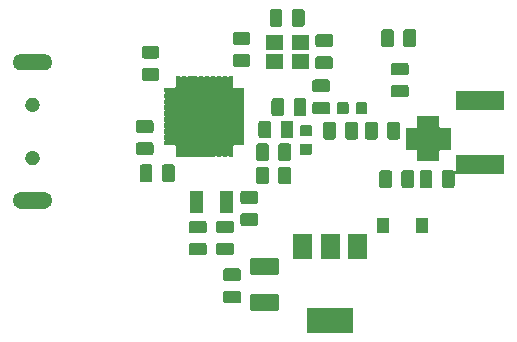
<source format=gbr>
G04 #@! TF.GenerationSoftware,KiCad,Pcbnew,5.1.5-52549c5~86~ubuntu16.04.1*
G04 #@! TF.CreationDate,2020-05-03T15:37:36+09:00*
G04 #@! TF.ProjectId,esp8266-cc2530,65737038-3236-4362-9d63-63323533302e,rev?*
G04 #@! TF.SameCoordinates,Original*
G04 #@! TF.FileFunction,Soldermask,Bot*
G04 #@! TF.FilePolarity,Negative*
%FSLAX46Y46*%
G04 Gerber Fmt 4.6, Leading zero omitted, Abs format (unit mm)*
G04 Created by KiCad (PCBNEW 5.1.5-52549c5~86~ubuntu16.04.1) date 2020-05-03 15:37:36*
%MOMM*%
%LPD*%
G04 APERTURE LIST*
%ADD10C,0.100000*%
G04 APERTURE END LIST*
D10*
G36*
X90701000Y-58251000D02*
G01*
X86799000Y-58251000D01*
X86799000Y-56149000D01*
X90701000Y-56149000D01*
X90701000Y-58251000D01*
G37*
G36*
X84271811Y-54940771D02*
G01*
X84307603Y-54951629D01*
X84340595Y-54969263D01*
X84369508Y-54992992D01*
X84393237Y-55021905D01*
X84410871Y-55054897D01*
X84421729Y-55090689D01*
X84426000Y-55134055D01*
X84426000Y-56165945D01*
X84421729Y-56209311D01*
X84410871Y-56245103D01*
X84393237Y-56278095D01*
X84369508Y-56307008D01*
X84340595Y-56330737D01*
X84307603Y-56348371D01*
X84271811Y-56359229D01*
X84228445Y-56363500D01*
X82171555Y-56363500D01*
X82128189Y-56359229D01*
X82092397Y-56348371D01*
X82059405Y-56330737D01*
X82030492Y-56307008D01*
X82006763Y-56278095D01*
X81989129Y-56245103D01*
X81978271Y-56209311D01*
X81974000Y-56165945D01*
X81974000Y-55134055D01*
X81978271Y-55090689D01*
X81989129Y-55054897D01*
X82006763Y-55021905D01*
X82030492Y-54992992D01*
X82059405Y-54969263D01*
X82092397Y-54951629D01*
X82128189Y-54940771D01*
X82171555Y-54936500D01*
X84228445Y-54936500D01*
X84271811Y-54940771D01*
G37*
G36*
X81034468Y-54641065D02*
G01*
X81073138Y-54652796D01*
X81108777Y-54671846D01*
X81140017Y-54697483D01*
X81165654Y-54728723D01*
X81184704Y-54764362D01*
X81196435Y-54803032D01*
X81201000Y-54849388D01*
X81201000Y-55500612D01*
X81196435Y-55546968D01*
X81184704Y-55585638D01*
X81165654Y-55621277D01*
X81140017Y-55652517D01*
X81108777Y-55678154D01*
X81073138Y-55697204D01*
X81034468Y-55708935D01*
X80988112Y-55713500D01*
X79911888Y-55713500D01*
X79865532Y-55708935D01*
X79826862Y-55697204D01*
X79791223Y-55678154D01*
X79759983Y-55652517D01*
X79734346Y-55621277D01*
X79715296Y-55585638D01*
X79703565Y-55546968D01*
X79699000Y-55500612D01*
X79699000Y-54849388D01*
X79703565Y-54803032D01*
X79715296Y-54764362D01*
X79734346Y-54728723D01*
X79759983Y-54697483D01*
X79791223Y-54671846D01*
X79826862Y-54652796D01*
X79865532Y-54641065D01*
X79911888Y-54636500D01*
X80988112Y-54636500D01*
X81034468Y-54641065D01*
G37*
G36*
X81034468Y-52766065D02*
G01*
X81073138Y-52777796D01*
X81108777Y-52796846D01*
X81140017Y-52822483D01*
X81165654Y-52853723D01*
X81184704Y-52889362D01*
X81196435Y-52928032D01*
X81201000Y-52974388D01*
X81201000Y-53625612D01*
X81196435Y-53671968D01*
X81184704Y-53710638D01*
X81165654Y-53746277D01*
X81140017Y-53777517D01*
X81108777Y-53803154D01*
X81073138Y-53822204D01*
X81034468Y-53833935D01*
X80988112Y-53838500D01*
X79911888Y-53838500D01*
X79865532Y-53833935D01*
X79826862Y-53822204D01*
X79791223Y-53803154D01*
X79759983Y-53777517D01*
X79734346Y-53746277D01*
X79715296Y-53710638D01*
X79703565Y-53671968D01*
X79699000Y-53625612D01*
X79699000Y-52974388D01*
X79703565Y-52928032D01*
X79715296Y-52889362D01*
X79734346Y-52853723D01*
X79759983Y-52822483D01*
X79791223Y-52796846D01*
X79826862Y-52777796D01*
X79865532Y-52766065D01*
X79911888Y-52761500D01*
X80988112Y-52761500D01*
X81034468Y-52766065D01*
G37*
G36*
X84271811Y-51865771D02*
G01*
X84307603Y-51876629D01*
X84340595Y-51894263D01*
X84369508Y-51917992D01*
X84393237Y-51946905D01*
X84410871Y-51979897D01*
X84421729Y-52015689D01*
X84426000Y-52059055D01*
X84426000Y-53090945D01*
X84421729Y-53134311D01*
X84410871Y-53170103D01*
X84393237Y-53203095D01*
X84369508Y-53232008D01*
X84340595Y-53255737D01*
X84307603Y-53273371D01*
X84271811Y-53284229D01*
X84228445Y-53288500D01*
X82171555Y-53288500D01*
X82128189Y-53284229D01*
X82092397Y-53273371D01*
X82059405Y-53255737D01*
X82030492Y-53232008D01*
X82006763Y-53203095D01*
X81989129Y-53170103D01*
X81978271Y-53134311D01*
X81974000Y-53090945D01*
X81974000Y-52059055D01*
X81978271Y-52015689D01*
X81989129Y-51979897D01*
X82006763Y-51946905D01*
X82030492Y-51917992D01*
X82059405Y-51894263D01*
X82092397Y-51876629D01*
X82128189Y-51865771D01*
X82171555Y-51861500D01*
X84228445Y-51861500D01*
X84271811Y-51865771D01*
G37*
G36*
X87251000Y-51951000D02*
G01*
X85649000Y-51951000D01*
X85649000Y-49849000D01*
X87251000Y-49849000D01*
X87251000Y-51951000D01*
G37*
G36*
X91851000Y-51951000D02*
G01*
X90249000Y-51951000D01*
X90249000Y-49849000D01*
X91851000Y-49849000D01*
X91851000Y-51951000D01*
G37*
G36*
X89551000Y-51951000D02*
G01*
X87949000Y-51951000D01*
X87949000Y-49849000D01*
X89551000Y-49849000D01*
X89551000Y-51951000D01*
G37*
G36*
X80434468Y-50591065D02*
G01*
X80473138Y-50602796D01*
X80508777Y-50621846D01*
X80540017Y-50647483D01*
X80565654Y-50678723D01*
X80584704Y-50714362D01*
X80596435Y-50753032D01*
X80601000Y-50799388D01*
X80601000Y-51450612D01*
X80596435Y-51496968D01*
X80584704Y-51535638D01*
X80565654Y-51571277D01*
X80540017Y-51602517D01*
X80508777Y-51628154D01*
X80473138Y-51647204D01*
X80434468Y-51658935D01*
X80388112Y-51663500D01*
X79311888Y-51663500D01*
X79265532Y-51658935D01*
X79226862Y-51647204D01*
X79191223Y-51628154D01*
X79159983Y-51602517D01*
X79134346Y-51571277D01*
X79115296Y-51535638D01*
X79103565Y-51496968D01*
X79099000Y-51450612D01*
X79099000Y-50799388D01*
X79103565Y-50753032D01*
X79115296Y-50714362D01*
X79134346Y-50678723D01*
X79159983Y-50647483D01*
X79191223Y-50621846D01*
X79226862Y-50602796D01*
X79265532Y-50591065D01*
X79311888Y-50586500D01*
X80388112Y-50586500D01*
X80434468Y-50591065D01*
G37*
G36*
X78134468Y-50591065D02*
G01*
X78173138Y-50602796D01*
X78208777Y-50621846D01*
X78240017Y-50647483D01*
X78265654Y-50678723D01*
X78284704Y-50714362D01*
X78296435Y-50753032D01*
X78301000Y-50799388D01*
X78301000Y-51450612D01*
X78296435Y-51496968D01*
X78284704Y-51535638D01*
X78265654Y-51571277D01*
X78240017Y-51602517D01*
X78208777Y-51628154D01*
X78173138Y-51647204D01*
X78134468Y-51658935D01*
X78088112Y-51663500D01*
X77011888Y-51663500D01*
X76965532Y-51658935D01*
X76926862Y-51647204D01*
X76891223Y-51628154D01*
X76859983Y-51602517D01*
X76834346Y-51571277D01*
X76815296Y-51535638D01*
X76803565Y-51496968D01*
X76799000Y-51450612D01*
X76799000Y-50799388D01*
X76803565Y-50753032D01*
X76815296Y-50714362D01*
X76834346Y-50678723D01*
X76859983Y-50647483D01*
X76891223Y-50621846D01*
X76926862Y-50602796D01*
X76965532Y-50591065D01*
X77011888Y-50586500D01*
X78088112Y-50586500D01*
X78134468Y-50591065D01*
G37*
G36*
X93701000Y-49801000D02*
G01*
X92699000Y-49801000D01*
X92699000Y-48499000D01*
X93701000Y-48499000D01*
X93701000Y-49801000D01*
G37*
G36*
X97001000Y-49801000D02*
G01*
X95999000Y-49801000D01*
X95999000Y-48499000D01*
X97001000Y-48499000D01*
X97001000Y-49801000D01*
G37*
G36*
X78134468Y-48716065D02*
G01*
X78173138Y-48727796D01*
X78208777Y-48746846D01*
X78240017Y-48772483D01*
X78265654Y-48803723D01*
X78284704Y-48839362D01*
X78296435Y-48878032D01*
X78301000Y-48924388D01*
X78301000Y-49575612D01*
X78296435Y-49621968D01*
X78284704Y-49660638D01*
X78265654Y-49696277D01*
X78240017Y-49727517D01*
X78208777Y-49753154D01*
X78173138Y-49772204D01*
X78134468Y-49783935D01*
X78088112Y-49788500D01*
X77011888Y-49788500D01*
X76965532Y-49783935D01*
X76926862Y-49772204D01*
X76891223Y-49753154D01*
X76859983Y-49727517D01*
X76834346Y-49696277D01*
X76815296Y-49660638D01*
X76803565Y-49621968D01*
X76799000Y-49575612D01*
X76799000Y-48924388D01*
X76803565Y-48878032D01*
X76815296Y-48839362D01*
X76834346Y-48803723D01*
X76859983Y-48772483D01*
X76891223Y-48746846D01*
X76926862Y-48727796D01*
X76965532Y-48716065D01*
X77011888Y-48711500D01*
X78088112Y-48711500D01*
X78134468Y-48716065D01*
G37*
G36*
X80434468Y-48716065D02*
G01*
X80473138Y-48727796D01*
X80508777Y-48746846D01*
X80540017Y-48772483D01*
X80565654Y-48803723D01*
X80584704Y-48839362D01*
X80596435Y-48878032D01*
X80601000Y-48924388D01*
X80601000Y-49575612D01*
X80596435Y-49621968D01*
X80584704Y-49660638D01*
X80565654Y-49696277D01*
X80540017Y-49727517D01*
X80508777Y-49753154D01*
X80473138Y-49772204D01*
X80434468Y-49783935D01*
X80388112Y-49788500D01*
X79311888Y-49788500D01*
X79265532Y-49783935D01*
X79226862Y-49772204D01*
X79191223Y-49753154D01*
X79159983Y-49727517D01*
X79134346Y-49696277D01*
X79115296Y-49660638D01*
X79103565Y-49621968D01*
X79099000Y-49575612D01*
X79099000Y-48924388D01*
X79103565Y-48878032D01*
X79115296Y-48839362D01*
X79134346Y-48803723D01*
X79159983Y-48772483D01*
X79191223Y-48746846D01*
X79226862Y-48727796D01*
X79265532Y-48716065D01*
X79311888Y-48711500D01*
X80388112Y-48711500D01*
X80434468Y-48716065D01*
G37*
G36*
X82484468Y-48091065D02*
G01*
X82523138Y-48102796D01*
X82558777Y-48121846D01*
X82590017Y-48147483D01*
X82615654Y-48178723D01*
X82634704Y-48214362D01*
X82646435Y-48253032D01*
X82651000Y-48299388D01*
X82651000Y-48950612D01*
X82646435Y-48996968D01*
X82634704Y-49035638D01*
X82615654Y-49071277D01*
X82590017Y-49102517D01*
X82558777Y-49128154D01*
X82523138Y-49147204D01*
X82484468Y-49158935D01*
X82438112Y-49163500D01*
X81361888Y-49163500D01*
X81315532Y-49158935D01*
X81276862Y-49147204D01*
X81241223Y-49128154D01*
X81209983Y-49102517D01*
X81184346Y-49071277D01*
X81165296Y-49035638D01*
X81153565Y-48996968D01*
X81149000Y-48950612D01*
X81149000Y-48299388D01*
X81153565Y-48253032D01*
X81165296Y-48214362D01*
X81184346Y-48178723D01*
X81209983Y-48147483D01*
X81241223Y-48121846D01*
X81276862Y-48102796D01*
X81315532Y-48091065D01*
X81361888Y-48086500D01*
X82438112Y-48086500D01*
X82484468Y-48091065D01*
G37*
G36*
X80501000Y-48101000D02*
G01*
X79399000Y-48101000D01*
X79399000Y-46199000D01*
X80501000Y-46199000D01*
X80501000Y-48101000D01*
G37*
G36*
X78001000Y-48101000D02*
G01*
X76899000Y-48101000D01*
X76899000Y-46199000D01*
X78001000Y-46199000D01*
X78001000Y-48101000D01*
G37*
G36*
X64637421Y-46309143D02*
G01*
X64769557Y-46349227D01*
X64769559Y-46349228D01*
X64891339Y-46414320D01*
X64972284Y-46480750D01*
X64998080Y-46501920D01*
X65085679Y-46608660D01*
X65150773Y-46730443D01*
X65190857Y-46862579D01*
X65204391Y-47000000D01*
X65190857Y-47137421D01*
X65150773Y-47269557D01*
X65150772Y-47269559D01*
X65085680Y-47391339D01*
X64998080Y-47498080D01*
X64891339Y-47585680D01*
X64769559Y-47650772D01*
X64769557Y-47650773D01*
X64637421Y-47690857D01*
X64534432Y-47701000D01*
X62565568Y-47701000D01*
X62462579Y-47690857D01*
X62330443Y-47650773D01*
X62330441Y-47650772D01*
X62208661Y-47585680D01*
X62101920Y-47498080D01*
X62014320Y-47391339D01*
X61949228Y-47269559D01*
X61949227Y-47269557D01*
X61909143Y-47137421D01*
X61895609Y-47000000D01*
X61909143Y-46862579D01*
X61949227Y-46730443D01*
X62014321Y-46608660D01*
X62101920Y-46501920D01*
X62127716Y-46480750D01*
X62208661Y-46414320D01*
X62330441Y-46349228D01*
X62330443Y-46349227D01*
X62462579Y-46309143D01*
X62565568Y-46299000D01*
X64534432Y-46299000D01*
X64637421Y-46309143D01*
G37*
G36*
X82484468Y-46216065D02*
G01*
X82523138Y-46227796D01*
X82558777Y-46246846D01*
X82590017Y-46272483D01*
X82615654Y-46303723D01*
X82634704Y-46339362D01*
X82646435Y-46378032D01*
X82651000Y-46424388D01*
X82651000Y-47075612D01*
X82646435Y-47121968D01*
X82634704Y-47160638D01*
X82615654Y-47196277D01*
X82590017Y-47227517D01*
X82558777Y-47253154D01*
X82523138Y-47272204D01*
X82484468Y-47283935D01*
X82438112Y-47288500D01*
X81361888Y-47288500D01*
X81315532Y-47283935D01*
X81276862Y-47272204D01*
X81241223Y-47253154D01*
X81209983Y-47227517D01*
X81184346Y-47196277D01*
X81165296Y-47160638D01*
X81153565Y-47121968D01*
X81149000Y-47075612D01*
X81149000Y-46424388D01*
X81153565Y-46378032D01*
X81165296Y-46339362D01*
X81184346Y-46303723D01*
X81209983Y-46272483D01*
X81241223Y-46246846D01*
X81276862Y-46227796D01*
X81315532Y-46216065D01*
X81361888Y-46211500D01*
X82438112Y-46211500D01*
X82484468Y-46216065D01*
G37*
G36*
X103501000Y-44751000D02*
G01*
X99413499Y-44751000D01*
X99389113Y-44753402D01*
X99365664Y-44760515D01*
X99344053Y-44772066D01*
X99325111Y-44787611D01*
X99309566Y-44806553D01*
X99298015Y-44828164D01*
X99290902Y-44851613D01*
X99288500Y-44875999D01*
X99288500Y-45738112D01*
X99283935Y-45784468D01*
X99272204Y-45823138D01*
X99253154Y-45858777D01*
X99227517Y-45890017D01*
X99196277Y-45915654D01*
X99160638Y-45934704D01*
X99121968Y-45946435D01*
X99075612Y-45951000D01*
X98424388Y-45951000D01*
X98378032Y-45946435D01*
X98339362Y-45934704D01*
X98303723Y-45915654D01*
X98272483Y-45890017D01*
X98246846Y-45858777D01*
X98227796Y-45823138D01*
X98216065Y-45784468D01*
X98211500Y-45738112D01*
X98211500Y-44661888D01*
X98216065Y-44615532D01*
X98227796Y-44576862D01*
X98246846Y-44541223D01*
X98272483Y-44509983D01*
X98303723Y-44484346D01*
X98339362Y-44465296D01*
X98378032Y-44453565D01*
X98424388Y-44449000D01*
X99075612Y-44449000D01*
X99121968Y-44453565D01*
X99160638Y-44465296D01*
X99198073Y-44485306D01*
X99215077Y-44496667D01*
X99237716Y-44506045D01*
X99261749Y-44510825D01*
X99286253Y-44510825D01*
X99310286Y-44506045D01*
X99332925Y-44496667D01*
X99353300Y-44483053D01*
X99370627Y-44465726D01*
X99384240Y-44445352D01*
X99393618Y-44422713D01*
X99399000Y-44386428D01*
X99399000Y-43149000D01*
X103501000Y-43149000D01*
X103501000Y-44751000D01*
G37*
G36*
X95696968Y-44453565D02*
G01*
X95735638Y-44465296D01*
X95771277Y-44484346D01*
X95802517Y-44509983D01*
X95828154Y-44541223D01*
X95847204Y-44576862D01*
X95858935Y-44615532D01*
X95863500Y-44661888D01*
X95863500Y-45738112D01*
X95858935Y-45784468D01*
X95847204Y-45823138D01*
X95828154Y-45858777D01*
X95802517Y-45890017D01*
X95771277Y-45915654D01*
X95735638Y-45934704D01*
X95696968Y-45946435D01*
X95650612Y-45951000D01*
X94999388Y-45951000D01*
X94953032Y-45946435D01*
X94914362Y-45934704D01*
X94878723Y-45915654D01*
X94847483Y-45890017D01*
X94821846Y-45858777D01*
X94802796Y-45823138D01*
X94791065Y-45784468D01*
X94786500Y-45738112D01*
X94786500Y-44661888D01*
X94791065Y-44615532D01*
X94802796Y-44576862D01*
X94821846Y-44541223D01*
X94847483Y-44509983D01*
X94878723Y-44484346D01*
X94914362Y-44465296D01*
X94953032Y-44453565D01*
X94999388Y-44449000D01*
X95650612Y-44449000D01*
X95696968Y-44453565D01*
G37*
G36*
X93821968Y-44453565D02*
G01*
X93860638Y-44465296D01*
X93896277Y-44484346D01*
X93927517Y-44509983D01*
X93953154Y-44541223D01*
X93972204Y-44576862D01*
X93983935Y-44615532D01*
X93988500Y-44661888D01*
X93988500Y-45738112D01*
X93983935Y-45784468D01*
X93972204Y-45823138D01*
X93953154Y-45858777D01*
X93927517Y-45890017D01*
X93896277Y-45915654D01*
X93860638Y-45934704D01*
X93821968Y-45946435D01*
X93775612Y-45951000D01*
X93124388Y-45951000D01*
X93078032Y-45946435D01*
X93039362Y-45934704D01*
X93003723Y-45915654D01*
X92972483Y-45890017D01*
X92946846Y-45858777D01*
X92927796Y-45823138D01*
X92916065Y-45784468D01*
X92911500Y-45738112D01*
X92911500Y-44661888D01*
X92916065Y-44615532D01*
X92927796Y-44576862D01*
X92946846Y-44541223D01*
X92972483Y-44509983D01*
X93003723Y-44484346D01*
X93039362Y-44465296D01*
X93078032Y-44453565D01*
X93124388Y-44449000D01*
X93775612Y-44449000D01*
X93821968Y-44453565D01*
G37*
G36*
X97246968Y-44453565D02*
G01*
X97285638Y-44465296D01*
X97321277Y-44484346D01*
X97352517Y-44509983D01*
X97378154Y-44541223D01*
X97397204Y-44576862D01*
X97408935Y-44615532D01*
X97413500Y-44661888D01*
X97413500Y-45738112D01*
X97408935Y-45784468D01*
X97397204Y-45823138D01*
X97378154Y-45858777D01*
X97352517Y-45890017D01*
X97321277Y-45915654D01*
X97285638Y-45934704D01*
X97246968Y-45946435D01*
X97200612Y-45951000D01*
X96549388Y-45951000D01*
X96503032Y-45946435D01*
X96464362Y-45934704D01*
X96428723Y-45915654D01*
X96397483Y-45890017D01*
X96371846Y-45858777D01*
X96352796Y-45823138D01*
X96341065Y-45784468D01*
X96336500Y-45738112D01*
X96336500Y-44661888D01*
X96341065Y-44615532D01*
X96352796Y-44576862D01*
X96371846Y-44541223D01*
X96397483Y-44509983D01*
X96428723Y-44484346D01*
X96464362Y-44465296D01*
X96503032Y-44453565D01*
X96549388Y-44449000D01*
X97200612Y-44449000D01*
X97246968Y-44453565D01*
G37*
G36*
X85271968Y-44153565D02*
G01*
X85310638Y-44165296D01*
X85346277Y-44184346D01*
X85377517Y-44209983D01*
X85403154Y-44241223D01*
X85422204Y-44276862D01*
X85433935Y-44315532D01*
X85438500Y-44361888D01*
X85438500Y-45438112D01*
X85433935Y-45484468D01*
X85422204Y-45523138D01*
X85403154Y-45558777D01*
X85377517Y-45590017D01*
X85346277Y-45615654D01*
X85310638Y-45634704D01*
X85271968Y-45646435D01*
X85225612Y-45651000D01*
X84574388Y-45651000D01*
X84528032Y-45646435D01*
X84489362Y-45634704D01*
X84453723Y-45615654D01*
X84422483Y-45590017D01*
X84396846Y-45558777D01*
X84377796Y-45523138D01*
X84366065Y-45484468D01*
X84361500Y-45438112D01*
X84361500Y-44361888D01*
X84366065Y-44315532D01*
X84377796Y-44276862D01*
X84396846Y-44241223D01*
X84422483Y-44209983D01*
X84453723Y-44184346D01*
X84489362Y-44165296D01*
X84528032Y-44153565D01*
X84574388Y-44149000D01*
X85225612Y-44149000D01*
X85271968Y-44153565D01*
G37*
G36*
X83396968Y-44153565D02*
G01*
X83435638Y-44165296D01*
X83471277Y-44184346D01*
X83502517Y-44209983D01*
X83528154Y-44241223D01*
X83547204Y-44276862D01*
X83558935Y-44315532D01*
X83563500Y-44361888D01*
X83563500Y-45438112D01*
X83558935Y-45484468D01*
X83547204Y-45523138D01*
X83528154Y-45558777D01*
X83502517Y-45590017D01*
X83471277Y-45615654D01*
X83435638Y-45634704D01*
X83396968Y-45646435D01*
X83350612Y-45651000D01*
X82699388Y-45651000D01*
X82653032Y-45646435D01*
X82614362Y-45634704D01*
X82578723Y-45615654D01*
X82547483Y-45590017D01*
X82521846Y-45558777D01*
X82502796Y-45523138D01*
X82491065Y-45484468D01*
X82486500Y-45438112D01*
X82486500Y-44361888D01*
X82491065Y-44315532D01*
X82502796Y-44276862D01*
X82521846Y-44241223D01*
X82547483Y-44209983D01*
X82578723Y-44184346D01*
X82614362Y-44165296D01*
X82653032Y-44153565D01*
X82699388Y-44149000D01*
X83350612Y-44149000D01*
X83396968Y-44153565D01*
G37*
G36*
X75421968Y-43953565D02*
G01*
X75460638Y-43965296D01*
X75496277Y-43984346D01*
X75527517Y-44009983D01*
X75553154Y-44041223D01*
X75572204Y-44076862D01*
X75583935Y-44115532D01*
X75588500Y-44161888D01*
X75588500Y-45238112D01*
X75583935Y-45284468D01*
X75572204Y-45323138D01*
X75553154Y-45358777D01*
X75527517Y-45390017D01*
X75496277Y-45415654D01*
X75460638Y-45434704D01*
X75421968Y-45446435D01*
X75375612Y-45451000D01*
X74724388Y-45451000D01*
X74678032Y-45446435D01*
X74639362Y-45434704D01*
X74603723Y-45415654D01*
X74572483Y-45390017D01*
X74546846Y-45358777D01*
X74527796Y-45323138D01*
X74516065Y-45284468D01*
X74511500Y-45238112D01*
X74511500Y-44161888D01*
X74516065Y-44115532D01*
X74527796Y-44076862D01*
X74546846Y-44041223D01*
X74572483Y-44009983D01*
X74603723Y-43984346D01*
X74639362Y-43965296D01*
X74678032Y-43953565D01*
X74724388Y-43949000D01*
X75375612Y-43949000D01*
X75421968Y-43953565D01*
G37*
G36*
X73546968Y-43953565D02*
G01*
X73585638Y-43965296D01*
X73621277Y-43984346D01*
X73652517Y-44009983D01*
X73678154Y-44041223D01*
X73697204Y-44076862D01*
X73708935Y-44115532D01*
X73713500Y-44161888D01*
X73713500Y-45238112D01*
X73708935Y-45284468D01*
X73697204Y-45323138D01*
X73678154Y-45358777D01*
X73652517Y-45390017D01*
X73621277Y-45415654D01*
X73585638Y-45434704D01*
X73546968Y-45446435D01*
X73500612Y-45451000D01*
X72849388Y-45451000D01*
X72803032Y-45446435D01*
X72764362Y-45434704D01*
X72728723Y-45415654D01*
X72697483Y-45390017D01*
X72671846Y-45358777D01*
X72652796Y-45323138D01*
X72641065Y-45284468D01*
X72636500Y-45238112D01*
X72636500Y-44161888D01*
X72641065Y-44115532D01*
X72652796Y-44076862D01*
X72671846Y-44041223D01*
X72697483Y-44009983D01*
X72728723Y-43984346D01*
X72764362Y-43965296D01*
X72803032Y-43953565D01*
X72849388Y-43949000D01*
X73500612Y-43949000D01*
X73546968Y-43953565D01*
G37*
G36*
X63680129Y-42813110D02*
G01*
X63725305Y-42822096D01*
X63757340Y-42835365D01*
X63834680Y-42867400D01*
X63933115Y-42933173D01*
X64016827Y-43016885D01*
X64082600Y-43115320D01*
X64100864Y-43159415D01*
X64127904Y-43224695D01*
X64132276Y-43246676D01*
X64142585Y-43298499D01*
X64151000Y-43340807D01*
X64151000Y-43459193D01*
X64131192Y-43558777D01*
X64127904Y-43575304D01*
X64082600Y-43684680D01*
X64016827Y-43783115D01*
X63933115Y-43866827D01*
X63834680Y-43932600D01*
X63757340Y-43964635D01*
X63725305Y-43977904D01*
X63692919Y-43984346D01*
X63609195Y-44001000D01*
X63490805Y-44001000D01*
X63407081Y-43984346D01*
X63374695Y-43977904D01*
X63342660Y-43964635D01*
X63265320Y-43932600D01*
X63166885Y-43866827D01*
X63083173Y-43783115D01*
X63017400Y-43684680D01*
X62972096Y-43575304D01*
X62968809Y-43558777D01*
X62949000Y-43459193D01*
X62949000Y-43340807D01*
X62957416Y-43298499D01*
X62967724Y-43246676D01*
X62972096Y-43224695D01*
X62999136Y-43159415D01*
X63017400Y-43115320D01*
X63083173Y-43016885D01*
X63166885Y-42933173D01*
X63265320Y-42867400D01*
X63342660Y-42835365D01*
X63374695Y-42822096D01*
X63419871Y-42813110D01*
X63490805Y-42799000D01*
X63609195Y-42799000D01*
X63680129Y-42813110D01*
G37*
G36*
X96480355Y-39850083D02*
G01*
X96485029Y-39851501D01*
X96489330Y-39853800D01*
X96495702Y-39859029D01*
X96516076Y-39872643D01*
X96538715Y-39882020D01*
X96562749Y-39886800D01*
X96587253Y-39886800D01*
X96611286Y-39882019D01*
X96633925Y-39872642D01*
X96654298Y-39859029D01*
X96660670Y-39853800D01*
X96664971Y-39851501D01*
X96669645Y-39850083D01*
X96680641Y-39849000D01*
X96969359Y-39849000D01*
X96980355Y-39850083D01*
X96985029Y-39851501D01*
X96989330Y-39853800D01*
X96995702Y-39859029D01*
X97016076Y-39872643D01*
X97038715Y-39882020D01*
X97062749Y-39886800D01*
X97087253Y-39886800D01*
X97111286Y-39882019D01*
X97133925Y-39872642D01*
X97154298Y-39859029D01*
X97160670Y-39853800D01*
X97164971Y-39851501D01*
X97169645Y-39850083D01*
X97180641Y-39849000D01*
X97469359Y-39849000D01*
X97480355Y-39850083D01*
X97485029Y-39851501D01*
X97489330Y-39853800D01*
X97495702Y-39859029D01*
X97516076Y-39872643D01*
X97538715Y-39882020D01*
X97562749Y-39886800D01*
X97587253Y-39886800D01*
X97611286Y-39882019D01*
X97633925Y-39872642D01*
X97654298Y-39859029D01*
X97660670Y-39853800D01*
X97664971Y-39851501D01*
X97669645Y-39850083D01*
X97680641Y-39849000D01*
X97969359Y-39849000D01*
X97980355Y-39850083D01*
X97985029Y-39851501D01*
X97989331Y-39853800D01*
X97993104Y-39856896D01*
X97996200Y-39860669D01*
X97998499Y-39864971D01*
X97999917Y-39869645D01*
X98001000Y-39880641D01*
X98001000Y-40724001D01*
X98003402Y-40748387D01*
X98010515Y-40771836D01*
X98022066Y-40793447D01*
X98037611Y-40812389D01*
X98056553Y-40827934D01*
X98078164Y-40839485D01*
X98101613Y-40846598D01*
X98125999Y-40849000D01*
X98969359Y-40849000D01*
X98980355Y-40850083D01*
X98985029Y-40851501D01*
X98989331Y-40853800D01*
X98993104Y-40856896D01*
X98996200Y-40860669D01*
X98998499Y-40864971D01*
X98999917Y-40869645D01*
X99001000Y-40880641D01*
X99001000Y-41169359D01*
X98999917Y-41180355D01*
X98998499Y-41185029D01*
X98996200Y-41189330D01*
X98990971Y-41195702D01*
X98977357Y-41216076D01*
X98967980Y-41238715D01*
X98963200Y-41262749D01*
X98963200Y-41287253D01*
X98967981Y-41311286D01*
X98977358Y-41333925D01*
X98990971Y-41354298D01*
X98996200Y-41360670D01*
X98998499Y-41364971D01*
X98999917Y-41369645D01*
X99001000Y-41380641D01*
X99001000Y-41669359D01*
X98999917Y-41680355D01*
X98998499Y-41685029D01*
X98996200Y-41689330D01*
X98990971Y-41695702D01*
X98977357Y-41716076D01*
X98967980Y-41738715D01*
X98963200Y-41762749D01*
X98963200Y-41787253D01*
X98967981Y-41811286D01*
X98977358Y-41833925D01*
X98990971Y-41854298D01*
X98996200Y-41860670D01*
X98998499Y-41864971D01*
X98999917Y-41869645D01*
X99001000Y-41880641D01*
X99001000Y-42169359D01*
X98999917Y-42180355D01*
X98998499Y-42185029D01*
X98996200Y-42189330D01*
X98990971Y-42195702D01*
X98977357Y-42216076D01*
X98967980Y-42238715D01*
X98963200Y-42262749D01*
X98963200Y-42287253D01*
X98967981Y-42311286D01*
X98977358Y-42333925D01*
X98990971Y-42354298D01*
X98996200Y-42360670D01*
X98998499Y-42364971D01*
X98999917Y-42369645D01*
X99001000Y-42380641D01*
X99001000Y-42669359D01*
X98999917Y-42680355D01*
X98998499Y-42685029D01*
X98996200Y-42689331D01*
X98993104Y-42693104D01*
X98989331Y-42696200D01*
X98985029Y-42698499D01*
X98980355Y-42699917D01*
X98969359Y-42701000D01*
X98125999Y-42701000D01*
X98101613Y-42703402D01*
X98078164Y-42710515D01*
X98056553Y-42722066D01*
X98037611Y-42737611D01*
X98022066Y-42756553D01*
X98010515Y-42778164D01*
X98003402Y-42801613D01*
X98001000Y-42825999D01*
X98001000Y-43669359D01*
X97999917Y-43680355D01*
X97998499Y-43685029D01*
X97996200Y-43689331D01*
X97993104Y-43693104D01*
X97989331Y-43696200D01*
X97985029Y-43698499D01*
X97980355Y-43699917D01*
X97969359Y-43701000D01*
X97680641Y-43701000D01*
X97669645Y-43699917D01*
X97664971Y-43698499D01*
X97660670Y-43696200D01*
X97654298Y-43690971D01*
X97633924Y-43677357D01*
X97611285Y-43667980D01*
X97587251Y-43663200D01*
X97562747Y-43663200D01*
X97538714Y-43667981D01*
X97516075Y-43677358D01*
X97495702Y-43690971D01*
X97489330Y-43696200D01*
X97485029Y-43698499D01*
X97480355Y-43699917D01*
X97469359Y-43701000D01*
X97180641Y-43701000D01*
X97169645Y-43699917D01*
X97164971Y-43698499D01*
X97160670Y-43696200D01*
X97154298Y-43690971D01*
X97133924Y-43677357D01*
X97111285Y-43667980D01*
X97087251Y-43663200D01*
X97062747Y-43663200D01*
X97038714Y-43667981D01*
X97016075Y-43677358D01*
X96995702Y-43690971D01*
X96989330Y-43696200D01*
X96985029Y-43698499D01*
X96980355Y-43699917D01*
X96969359Y-43701000D01*
X96680641Y-43701000D01*
X96669645Y-43699917D01*
X96664971Y-43698499D01*
X96660670Y-43696200D01*
X96654298Y-43690971D01*
X96633924Y-43677357D01*
X96611285Y-43667980D01*
X96587251Y-43663200D01*
X96562747Y-43663200D01*
X96538714Y-43667981D01*
X96516075Y-43677358D01*
X96495702Y-43690971D01*
X96489330Y-43696200D01*
X96485029Y-43698499D01*
X96480355Y-43699917D01*
X96469359Y-43701000D01*
X96180641Y-43701000D01*
X96169645Y-43699917D01*
X96164971Y-43698499D01*
X96160669Y-43696200D01*
X96156896Y-43693104D01*
X96153800Y-43689331D01*
X96151501Y-43685029D01*
X96150083Y-43680355D01*
X96149000Y-43669359D01*
X96149000Y-42825999D01*
X96146598Y-42801613D01*
X96139485Y-42778164D01*
X96127934Y-42756553D01*
X96112389Y-42737611D01*
X96093447Y-42722066D01*
X96071836Y-42710515D01*
X96048387Y-42703402D01*
X96024001Y-42701000D01*
X95180641Y-42701000D01*
X95169645Y-42699917D01*
X95164971Y-42698499D01*
X95160669Y-42696200D01*
X95156896Y-42693104D01*
X95153800Y-42689331D01*
X95151501Y-42685029D01*
X95150083Y-42680355D01*
X95149000Y-42669359D01*
X95149000Y-42380641D01*
X95150083Y-42369645D01*
X95151501Y-42364971D01*
X95153800Y-42360670D01*
X95159029Y-42354298D01*
X95172643Y-42333924D01*
X95182020Y-42311285D01*
X95186800Y-42287251D01*
X95186800Y-42262747D01*
X95182019Y-42238714D01*
X95172642Y-42216075D01*
X95159029Y-42195702D01*
X95153800Y-42189330D01*
X95151501Y-42185029D01*
X95150083Y-42180355D01*
X95149000Y-42169359D01*
X95149000Y-41880641D01*
X95150083Y-41869645D01*
X95151501Y-41864971D01*
X95153800Y-41860670D01*
X95159029Y-41854298D01*
X95172643Y-41833924D01*
X95182020Y-41811285D01*
X95186800Y-41787251D01*
X95186800Y-41762747D01*
X95182019Y-41738714D01*
X95172642Y-41716075D01*
X95159029Y-41695702D01*
X95153800Y-41689330D01*
X95151501Y-41685029D01*
X95150083Y-41680355D01*
X95149000Y-41669359D01*
X95149000Y-41380641D01*
X95150083Y-41369645D01*
X95151501Y-41364971D01*
X95153800Y-41360670D01*
X95159029Y-41354298D01*
X95172643Y-41333924D01*
X95182020Y-41311285D01*
X95186800Y-41287251D01*
X95186800Y-41262747D01*
X95182019Y-41238714D01*
X95172642Y-41216075D01*
X95159029Y-41195702D01*
X95153800Y-41189330D01*
X95151501Y-41185029D01*
X95150083Y-41180355D01*
X95149000Y-41169359D01*
X95149000Y-40880641D01*
X95150083Y-40869645D01*
X95151501Y-40864971D01*
X95153800Y-40860669D01*
X95156896Y-40856896D01*
X95160669Y-40853800D01*
X95164971Y-40851501D01*
X95169645Y-40850083D01*
X95180641Y-40849000D01*
X96024001Y-40849000D01*
X96048387Y-40846598D01*
X96071836Y-40839485D01*
X96093447Y-40827934D01*
X96112389Y-40812389D01*
X96127934Y-40793447D01*
X96139485Y-40771836D01*
X96146598Y-40748387D01*
X96149000Y-40724001D01*
X96149000Y-39880641D01*
X96150083Y-39869645D01*
X96151501Y-39864971D01*
X96153800Y-39860669D01*
X96156896Y-39856896D01*
X96160669Y-39853800D01*
X96164971Y-39851501D01*
X96169645Y-39850083D01*
X96180641Y-39849000D01*
X96469359Y-39849000D01*
X96480355Y-39850083D01*
G37*
G36*
X83396968Y-42153565D02*
G01*
X83435638Y-42165296D01*
X83471277Y-42184346D01*
X83502517Y-42209983D01*
X83528154Y-42241223D01*
X83547204Y-42276862D01*
X83558935Y-42315532D01*
X83563500Y-42361888D01*
X83563500Y-43438112D01*
X83558935Y-43484468D01*
X83547204Y-43523138D01*
X83528154Y-43558777D01*
X83502517Y-43590017D01*
X83471277Y-43615654D01*
X83435638Y-43634704D01*
X83396968Y-43646435D01*
X83350612Y-43651000D01*
X82699388Y-43651000D01*
X82653032Y-43646435D01*
X82614362Y-43634704D01*
X82578723Y-43615654D01*
X82547483Y-43590017D01*
X82521846Y-43558777D01*
X82502796Y-43523138D01*
X82491065Y-43484468D01*
X82486500Y-43438112D01*
X82486500Y-42361888D01*
X82491065Y-42315532D01*
X82502796Y-42276862D01*
X82521846Y-42241223D01*
X82547483Y-42209983D01*
X82578723Y-42184346D01*
X82614362Y-42165296D01*
X82653032Y-42153565D01*
X82699388Y-42149000D01*
X83350612Y-42149000D01*
X83396968Y-42153565D01*
G37*
G36*
X85271968Y-42153565D02*
G01*
X85310638Y-42165296D01*
X85346277Y-42184346D01*
X85377517Y-42209983D01*
X85403154Y-42241223D01*
X85422204Y-42276862D01*
X85433935Y-42315532D01*
X85438500Y-42361888D01*
X85438500Y-43438112D01*
X85433935Y-43484468D01*
X85422204Y-43523138D01*
X85403154Y-43558777D01*
X85377517Y-43590017D01*
X85346277Y-43615654D01*
X85310638Y-43634704D01*
X85271968Y-43646435D01*
X85225612Y-43651000D01*
X84574388Y-43651000D01*
X84528032Y-43646435D01*
X84489362Y-43634704D01*
X84453723Y-43615654D01*
X84422483Y-43590017D01*
X84396846Y-43558777D01*
X84377796Y-43523138D01*
X84366065Y-43484468D01*
X84361500Y-43438112D01*
X84361500Y-42361888D01*
X84366065Y-42315532D01*
X84377796Y-42276862D01*
X84396846Y-42241223D01*
X84422483Y-42209983D01*
X84453723Y-42184346D01*
X84489362Y-42165296D01*
X84528032Y-42153565D01*
X84574388Y-42149000D01*
X85225612Y-42149000D01*
X85271968Y-42153565D01*
G37*
G36*
X76005355Y-36500083D02*
G01*
X76010029Y-36501501D01*
X76014330Y-36503800D01*
X76020702Y-36509029D01*
X76041076Y-36522643D01*
X76063715Y-36532020D01*
X76087749Y-36536800D01*
X76112253Y-36536800D01*
X76136286Y-36532019D01*
X76158925Y-36522642D01*
X76179298Y-36509029D01*
X76185670Y-36503800D01*
X76189971Y-36501501D01*
X76194645Y-36500083D01*
X76205641Y-36499000D01*
X76494359Y-36499000D01*
X76505355Y-36500083D01*
X76510029Y-36501501D01*
X76514330Y-36503800D01*
X76520702Y-36509029D01*
X76541076Y-36522643D01*
X76563715Y-36532020D01*
X76587749Y-36536800D01*
X76612253Y-36536800D01*
X76636286Y-36532019D01*
X76658925Y-36522642D01*
X76679298Y-36509029D01*
X76685670Y-36503800D01*
X76689971Y-36501501D01*
X76694645Y-36500083D01*
X76705641Y-36499000D01*
X76994359Y-36499000D01*
X77005355Y-36500083D01*
X77010029Y-36501501D01*
X77014330Y-36503800D01*
X77020702Y-36509029D01*
X77041076Y-36522643D01*
X77063715Y-36532020D01*
X77087749Y-36536800D01*
X77112253Y-36536800D01*
X77136286Y-36532019D01*
X77158925Y-36522642D01*
X77179298Y-36509029D01*
X77185670Y-36503800D01*
X77189971Y-36501501D01*
X77194645Y-36500083D01*
X77205641Y-36499000D01*
X77494359Y-36499000D01*
X77505355Y-36500083D01*
X77510029Y-36501501D01*
X77514330Y-36503800D01*
X77520702Y-36509029D01*
X77541076Y-36522643D01*
X77563715Y-36532020D01*
X77587749Y-36536800D01*
X77612253Y-36536800D01*
X77636286Y-36532019D01*
X77658925Y-36522642D01*
X77679298Y-36509029D01*
X77685670Y-36503800D01*
X77689971Y-36501501D01*
X77694645Y-36500083D01*
X77705641Y-36499000D01*
X77994359Y-36499000D01*
X78005355Y-36500083D01*
X78010029Y-36501501D01*
X78014330Y-36503800D01*
X78020702Y-36509029D01*
X78041076Y-36522643D01*
X78063715Y-36532020D01*
X78087749Y-36536800D01*
X78112253Y-36536800D01*
X78136286Y-36532019D01*
X78158925Y-36522642D01*
X78179298Y-36509029D01*
X78185670Y-36503800D01*
X78189971Y-36501501D01*
X78194645Y-36500083D01*
X78205641Y-36499000D01*
X78494359Y-36499000D01*
X78505355Y-36500083D01*
X78510029Y-36501501D01*
X78514330Y-36503800D01*
X78520702Y-36509029D01*
X78541076Y-36522643D01*
X78563715Y-36532020D01*
X78587749Y-36536800D01*
X78612253Y-36536800D01*
X78636286Y-36532019D01*
X78658925Y-36522642D01*
X78679298Y-36509029D01*
X78685670Y-36503800D01*
X78689971Y-36501501D01*
X78694645Y-36500083D01*
X78705641Y-36499000D01*
X78994359Y-36499000D01*
X79005355Y-36500083D01*
X79010029Y-36501501D01*
X79014330Y-36503800D01*
X79020702Y-36509029D01*
X79041076Y-36522643D01*
X79063715Y-36532020D01*
X79087749Y-36536800D01*
X79112253Y-36536800D01*
X79136286Y-36532019D01*
X79158925Y-36522642D01*
X79179298Y-36509029D01*
X79185670Y-36503800D01*
X79189971Y-36501501D01*
X79194645Y-36500083D01*
X79205641Y-36499000D01*
X79494359Y-36499000D01*
X79505355Y-36500083D01*
X79510029Y-36501501D01*
X79514330Y-36503800D01*
X79520702Y-36509029D01*
X79541076Y-36522643D01*
X79563715Y-36532020D01*
X79587749Y-36536800D01*
X79612253Y-36536800D01*
X79636286Y-36532019D01*
X79658925Y-36522642D01*
X79679298Y-36509029D01*
X79685670Y-36503800D01*
X79689971Y-36501501D01*
X79694645Y-36500083D01*
X79705641Y-36499000D01*
X79994359Y-36499000D01*
X80005355Y-36500083D01*
X80010029Y-36501501D01*
X80014330Y-36503800D01*
X80020702Y-36509029D01*
X80041076Y-36522643D01*
X80063715Y-36532020D01*
X80087749Y-36536800D01*
X80112253Y-36536800D01*
X80136286Y-36532019D01*
X80158925Y-36522642D01*
X80179298Y-36509029D01*
X80185670Y-36503800D01*
X80189971Y-36501501D01*
X80194645Y-36500083D01*
X80205641Y-36499000D01*
X80494359Y-36499000D01*
X80505355Y-36500083D01*
X80510029Y-36501501D01*
X80514331Y-36503800D01*
X80518104Y-36506896D01*
X80521200Y-36510669D01*
X80523499Y-36514971D01*
X80524917Y-36519645D01*
X80526000Y-36530641D01*
X80526000Y-37349001D01*
X80528402Y-37373387D01*
X80535515Y-37396836D01*
X80547066Y-37418447D01*
X80562611Y-37437389D01*
X80581553Y-37452934D01*
X80603164Y-37464485D01*
X80626613Y-37471598D01*
X80650999Y-37474000D01*
X81469359Y-37474000D01*
X81480355Y-37475083D01*
X81485029Y-37476501D01*
X81489331Y-37478800D01*
X81493104Y-37481896D01*
X81496200Y-37485669D01*
X81498499Y-37489971D01*
X81499917Y-37494645D01*
X81501000Y-37505641D01*
X81501000Y-37794359D01*
X81499917Y-37805355D01*
X81498499Y-37810029D01*
X81496200Y-37814330D01*
X81490971Y-37820702D01*
X81477357Y-37841076D01*
X81467980Y-37863715D01*
X81463200Y-37887749D01*
X81463200Y-37912253D01*
X81467981Y-37936286D01*
X81477358Y-37958925D01*
X81490971Y-37979298D01*
X81496200Y-37985670D01*
X81498499Y-37989971D01*
X81499917Y-37994645D01*
X81501000Y-38005641D01*
X81501000Y-38294359D01*
X81499917Y-38305355D01*
X81498499Y-38310029D01*
X81496200Y-38314330D01*
X81490971Y-38320702D01*
X81477357Y-38341076D01*
X81467980Y-38363715D01*
X81463200Y-38387749D01*
X81463200Y-38412253D01*
X81467981Y-38436286D01*
X81477358Y-38458925D01*
X81490971Y-38479298D01*
X81496200Y-38485670D01*
X81498499Y-38489971D01*
X81499917Y-38494645D01*
X81501000Y-38505641D01*
X81501000Y-38794359D01*
X81499917Y-38805355D01*
X81498499Y-38810029D01*
X81496200Y-38814330D01*
X81490971Y-38820702D01*
X81477357Y-38841076D01*
X81467980Y-38863715D01*
X81463200Y-38887749D01*
X81463200Y-38912253D01*
X81467981Y-38936286D01*
X81477358Y-38958925D01*
X81490971Y-38979298D01*
X81496200Y-38985670D01*
X81498499Y-38989971D01*
X81499917Y-38994645D01*
X81501000Y-39005641D01*
X81501000Y-39294359D01*
X81499917Y-39305355D01*
X81498499Y-39310029D01*
X81496200Y-39314330D01*
X81490971Y-39320702D01*
X81477357Y-39341076D01*
X81467980Y-39363715D01*
X81463200Y-39387749D01*
X81463200Y-39412253D01*
X81467981Y-39436286D01*
X81477358Y-39458925D01*
X81490971Y-39479298D01*
X81496200Y-39485670D01*
X81498499Y-39489971D01*
X81499917Y-39494645D01*
X81501000Y-39505641D01*
X81501000Y-39794359D01*
X81499917Y-39805355D01*
X81498499Y-39810029D01*
X81496200Y-39814330D01*
X81490971Y-39820702D01*
X81477357Y-39841076D01*
X81467980Y-39863715D01*
X81463200Y-39887749D01*
X81463200Y-39912253D01*
X81467981Y-39936286D01*
X81477358Y-39958925D01*
X81490971Y-39979298D01*
X81496200Y-39985670D01*
X81498499Y-39989971D01*
X81499917Y-39994645D01*
X81501000Y-40005641D01*
X81501000Y-40294359D01*
X81499917Y-40305355D01*
X81498499Y-40310029D01*
X81496200Y-40314330D01*
X81490971Y-40320702D01*
X81477357Y-40341076D01*
X81467980Y-40363715D01*
X81463200Y-40387749D01*
X81463200Y-40412253D01*
X81467981Y-40436286D01*
X81477358Y-40458925D01*
X81490971Y-40479298D01*
X81496200Y-40485670D01*
X81498499Y-40489971D01*
X81499917Y-40494645D01*
X81501000Y-40505641D01*
X81501000Y-40794359D01*
X81499917Y-40805355D01*
X81498499Y-40810029D01*
X81496200Y-40814330D01*
X81490971Y-40820702D01*
X81477357Y-40841076D01*
X81467980Y-40863715D01*
X81463200Y-40887749D01*
X81463200Y-40912253D01*
X81467981Y-40936286D01*
X81477358Y-40958925D01*
X81490971Y-40979298D01*
X81496200Y-40985670D01*
X81498499Y-40989971D01*
X81499917Y-40994645D01*
X81501000Y-41005641D01*
X81501000Y-41294359D01*
X81499917Y-41305355D01*
X81498499Y-41310029D01*
X81496200Y-41314330D01*
X81490971Y-41320702D01*
X81477357Y-41341076D01*
X81467980Y-41363715D01*
X81463200Y-41387749D01*
X81463200Y-41412253D01*
X81467981Y-41436286D01*
X81477358Y-41458925D01*
X81490971Y-41479298D01*
X81496200Y-41485670D01*
X81498499Y-41489971D01*
X81499917Y-41494645D01*
X81501000Y-41505641D01*
X81501000Y-41794359D01*
X81499917Y-41805355D01*
X81498499Y-41810029D01*
X81496200Y-41814330D01*
X81490971Y-41820702D01*
X81477357Y-41841076D01*
X81467980Y-41863715D01*
X81463200Y-41887749D01*
X81463200Y-41912253D01*
X81467981Y-41936286D01*
X81477358Y-41958925D01*
X81490971Y-41979298D01*
X81496200Y-41985670D01*
X81498499Y-41989971D01*
X81499917Y-41994645D01*
X81501000Y-42005641D01*
X81501000Y-42294359D01*
X81499917Y-42305355D01*
X81498499Y-42310029D01*
X81496200Y-42314331D01*
X81493104Y-42318104D01*
X81489331Y-42321200D01*
X81485029Y-42323499D01*
X81480355Y-42324917D01*
X81469359Y-42326000D01*
X80650999Y-42326000D01*
X80626613Y-42328402D01*
X80603164Y-42335515D01*
X80581553Y-42347066D01*
X80562611Y-42362611D01*
X80547066Y-42381553D01*
X80535515Y-42403164D01*
X80528402Y-42426613D01*
X80526000Y-42450999D01*
X80526000Y-43269359D01*
X80524917Y-43280355D01*
X80523499Y-43285029D01*
X80521200Y-43289331D01*
X80518104Y-43293104D01*
X80514331Y-43296200D01*
X80510029Y-43298499D01*
X80505355Y-43299917D01*
X80494359Y-43301000D01*
X80205641Y-43301000D01*
X80194645Y-43299917D01*
X80189971Y-43298499D01*
X80185670Y-43296200D01*
X80179298Y-43290971D01*
X80158924Y-43277357D01*
X80136285Y-43267980D01*
X80112251Y-43263200D01*
X80087747Y-43263200D01*
X80063714Y-43267981D01*
X80041075Y-43277358D01*
X80020702Y-43290971D01*
X80014330Y-43296200D01*
X80010029Y-43298499D01*
X80005355Y-43299917D01*
X79994359Y-43301000D01*
X79705641Y-43301000D01*
X79694645Y-43299917D01*
X79689971Y-43298499D01*
X79685670Y-43296200D01*
X79679298Y-43290971D01*
X79658924Y-43277357D01*
X79636285Y-43267980D01*
X79612251Y-43263200D01*
X79587747Y-43263200D01*
X79563714Y-43267981D01*
X79541075Y-43277358D01*
X79520702Y-43290971D01*
X79514330Y-43296200D01*
X79510029Y-43298499D01*
X79505355Y-43299917D01*
X79494359Y-43301000D01*
X79205641Y-43301000D01*
X79194645Y-43299917D01*
X79189971Y-43298499D01*
X79185670Y-43296200D01*
X79179298Y-43290971D01*
X79158924Y-43277357D01*
X79136285Y-43267980D01*
X79112251Y-43263200D01*
X79087747Y-43263200D01*
X79063714Y-43267981D01*
X79041075Y-43277358D01*
X79020702Y-43290971D01*
X79014330Y-43296200D01*
X79010029Y-43298499D01*
X79005355Y-43299917D01*
X78994359Y-43301000D01*
X78705641Y-43301000D01*
X78694645Y-43299917D01*
X78689971Y-43298499D01*
X78685670Y-43296200D01*
X78679298Y-43290971D01*
X78658924Y-43277357D01*
X78636285Y-43267980D01*
X78612251Y-43263200D01*
X78587747Y-43263200D01*
X78563714Y-43267981D01*
X78541075Y-43277358D01*
X78520702Y-43290971D01*
X78514330Y-43296200D01*
X78510029Y-43298499D01*
X78505355Y-43299917D01*
X78494359Y-43301000D01*
X78205641Y-43301000D01*
X78194645Y-43299917D01*
X78189971Y-43298499D01*
X78185670Y-43296200D01*
X78179298Y-43290971D01*
X78158924Y-43277357D01*
X78136285Y-43267980D01*
X78112251Y-43263200D01*
X78087747Y-43263200D01*
X78063714Y-43267981D01*
X78041075Y-43277358D01*
X78020702Y-43290971D01*
X78014330Y-43296200D01*
X78010029Y-43298499D01*
X78005355Y-43299917D01*
X77994359Y-43301000D01*
X77705641Y-43301000D01*
X77694645Y-43299917D01*
X77689971Y-43298499D01*
X77685670Y-43296200D01*
X77679298Y-43290971D01*
X77658924Y-43277357D01*
X77636285Y-43267980D01*
X77612251Y-43263200D01*
X77587747Y-43263200D01*
X77563714Y-43267981D01*
X77541075Y-43277358D01*
X77520702Y-43290971D01*
X77514330Y-43296200D01*
X77510029Y-43298499D01*
X77505355Y-43299917D01*
X77494359Y-43301000D01*
X77205641Y-43301000D01*
X77194645Y-43299917D01*
X77189971Y-43298499D01*
X77185670Y-43296200D01*
X77179298Y-43290971D01*
X77158924Y-43277357D01*
X77136285Y-43267980D01*
X77112251Y-43263200D01*
X77087747Y-43263200D01*
X77063714Y-43267981D01*
X77041075Y-43277358D01*
X77020702Y-43290971D01*
X77014330Y-43296200D01*
X77010029Y-43298499D01*
X77005355Y-43299917D01*
X76994359Y-43301000D01*
X76705641Y-43301000D01*
X76694645Y-43299917D01*
X76689971Y-43298499D01*
X76685670Y-43296200D01*
X76679298Y-43290971D01*
X76658924Y-43277357D01*
X76636285Y-43267980D01*
X76612251Y-43263200D01*
X76587747Y-43263200D01*
X76563714Y-43267981D01*
X76541075Y-43277358D01*
X76520702Y-43290971D01*
X76514330Y-43296200D01*
X76510029Y-43298499D01*
X76505355Y-43299917D01*
X76494359Y-43301000D01*
X76205641Y-43301000D01*
X76194645Y-43299917D01*
X76189971Y-43298499D01*
X76185670Y-43296200D01*
X76179298Y-43290971D01*
X76158924Y-43277357D01*
X76136285Y-43267980D01*
X76112251Y-43263200D01*
X76087747Y-43263200D01*
X76063714Y-43267981D01*
X76041075Y-43277358D01*
X76020702Y-43290971D01*
X76014330Y-43296200D01*
X76010029Y-43298499D01*
X76005355Y-43299917D01*
X75994359Y-43301000D01*
X75705641Y-43301000D01*
X75694645Y-43299917D01*
X75689971Y-43298499D01*
X75685669Y-43296200D01*
X75681896Y-43293104D01*
X75678800Y-43289331D01*
X75676501Y-43285029D01*
X75675083Y-43280355D01*
X75674000Y-43269359D01*
X75674000Y-42450999D01*
X75671598Y-42426613D01*
X75664485Y-42403164D01*
X75652934Y-42381553D01*
X75637389Y-42362611D01*
X75618447Y-42347066D01*
X75596836Y-42335515D01*
X75573387Y-42328402D01*
X75549001Y-42326000D01*
X74730641Y-42326000D01*
X74719645Y-42324917D01*
X74714971Y-42323499D01*
X74710669Y-42321200D01*
X74706896Y-42318104D01*
X74703800Y-42314331D01*
X74701501Y-42310029D01*
X74700083Y-42305355D01*
X74699000Y-42294359D01*
X74699000Y-42005641D01*
X74700083Y-41994645D01*
X74701501Y-41989971D01*
X74703800Y-41985670D01*
X74709029Y-41979298D01*
X74722643Y-41958924D01*
X74732020Y-41936285D01*
X74736800Y-41912251D01*
X74736800Y-41887747D01*
X74732019Y-41863714D01*
X74722642Y-41841075D01*
X74709029Y-41820702D01*
X74703800Y-41814330D01*
X74701501Y-41810029D01*
X74700083Y-41805355D01*
X74699000Y-41794359D01*
X74699000Y-41505641D01*
X74700083Y-41494645D01*
X74701501Y-41489971D01*
X74703800Y-41485670D01*
X74709029Y-41479298D01*
X74722643Y-41458924D01*
X74732020Y-41436285D01*
X74736800Y-41412251D01*
X74736800Y-41387747D01*
X74732019Y-41363714D01*
X74722642Y-41341075D01*
X74709029Y-41320702D01*
X74703800Y-41314330D01*
X74701501Y-41310029D01*
X74700083Y-41305355D01*
X74699000Y-41294359D01*
X74699000Y-41005641D01*
X74700083Y-40994645D01*
X74701501Y-40989971D01*
X74703800Y-40985670D01*
X74709029Y-40979298D01*
X74722643Y-40958924D01*
X74732020Y-40936285D01*
X74736800Y-40912251D01*
X74736800Y-40887747D01*
X74732019Y-40863714D01*
X74722642Y-40841075D01*
X74709029Y-40820702D01*
X74703800Y-40814330D01*
X74701501Y-40810029D01*
X74700083Y-40805355D01*
X74699000Y-40794359D01*
X74699000Y-40505641D01*
X74700083Y-40494645D01*
X74701501Y-40489971D01*
X74703800Y-40485670D01*
X74709029Y-40479298D01*
X74722643Y-40458924D01*
X74732020Y-40436285D01*
X74736800Y-40412251D01*
X74736800Y-40387747D01*
X74732019Y-40363714D01*
X74722642Y-40341075D01*
X74709029Y-40320702D01*
X74703800Y-40314330D01*
X74701501Y-40310029D01*
X74700083Y-40305355D01*
X74699000Y-40294359D01*
X74699000Y-40005641D01*
X74700083Y-39994645D01*
X74701501Y-39989971D01*
X74703800Y-39985670D01*
X74709029Y-39979298D01*
X74722643Y-39958924D01*
X74732020Y-39936285D01*
X74736800Y-39912251D01*
X74736800Y-39887747D01*
X74732019Y-39863714D01*
X74722642Y-39841075D01*
X74709029Y-39820702D01*
X74703800Y-39814330D01*
X74701501Y-39810029D01*
X74700083Y-39805355D01*
X74699000Y-39794359D01*
X74699000Y-39505641D01*
X74700083Y-39494645D01*
X74701501Y-39489971D01*
X74703800Y-39485670D01*
X74709029Y-39479298D01*
X74722643Y-39458924D01*
X74732020Y-39436285D01*
X74736800Y-39412251D01*
X74736800Y-39387747D01*
X74732019Y-39363714D01*
X74722642Y-39341075D01*
X74709029Y-39320702D01*
X74703800Y-39314330D01*
X74701501Y-39310029D01*
X74700083Y-39305355D01*
X74699000Y-39294359D01*
X74699000Y-39005641D01*
X74700083Y-38994645D01*
X74701501Y-38989971D01*
X74703800Y-38985670D01*
X74709029Y-38979298D01*
X74722643Y-38958924D01*
X74732020Y-38936285D01*
X74736800Y-38912251D01*
X74736800Y-38887747D01*
X74732019Y-38863714D01*
X74722642Y-38841075D01*
X74709029Y-38820702D01*
X74703800Y-38814330D01*
X74701501Y-38810029D01*
X74700083Y-38805355D01*
X74699000Y-38794359D01*
X74699000Y-38505641D01*
X74700083Y-38494645D01*
X74701501Y-38489971D01*
X74703800Y-38485670D01*
X74709029Y-38479298D01*
X74722643Y-38458924D01*
X74732020Y-38436285D01*
X74736800Y-38412251D01*
X74736800Y-38387747D01*
X74732019Y-38363714D01*
X74722642Y-38341075D01*
X74709029Y-38320702D01*
X74703800Y-38314330D01*
X74701501Y-38310029D01*
X74700083Y-38305355D01*
X74699000Y-38294359D01*
X74699000Y-38005641D01*
X74700083Y-37994645D01*
X74701501Y-37989971D01*
X74703800Y-37985670D01*
X74709029Y-37979298D01*
X74722643Y-37958924D01*
X74732020Y-37936285D01*
X74736800Y-37912251D01*
X74736800Y-37887747D01*
X74732019Y-37863714D01*
X74722642Y-37841075D01*
X74709029Y-37820702D01*
X74703800Y-37814330D01*
X74701501Y-37810029D01*
X74700083Y-37805355D01*
X74699000Y-37794359D01*
X74699000Y-37505641D01*
X74700083Y-37494645D01*
X74701501Y-37489971D01*
X74703800Y-37485669D01*
X74706896Y-37481896D01*
X74710669Y-37478800D01*
X74714971Y-37476501D01*
X74719645Y-37475083D01*
X74730641Y-37474000D01*
X75549001Y-37474000D01*
X75573387Y-37471598D01*
X75596836Y-37464485D01*
X75618447Y-37452934D01*
X75637389Y-37437389D01*
X75652934Y-37418447D01*
X75664485Y-37396836D01*
X75671598Y-37373387D01*
X75674000Y-37349001D01*
X75674000Y-36530641D01*
X75675083Y-36519645D01*
X75676501Y-36514971D01*
X75678800Y-36510669D01*
X75681896Y-36506896D01*
X75685669Y-36503800D01*
X75689971Y-36501501D01*
X75694645Y-36500083D01*
X75705641Y-36499000D01*
X75994359Y-36499000D01*
X76005355Y-36500083D01*
G37*
G36*
X73634468Y-42091065D02*
G01*
X73673138Y-42102796D01*
X73708777Y-42121846D01*
X73740017Y-42147483D01*
X73765654Y-42178723D01*
X73784704Y-42214362D01*
X73796435Y-42253032D01*
X73801000Y-42299388D01*
X73801000Y-42950612D01*
X73796435Y-42996968D01*
X73784704Y-43035638D01*
X73765654Y-43071277D01*
X73740017Y-43102517D01*
X73708777Y-43128154D01*
X73673138Y-43147204D01*
X73634468Y-43158935D01*
X73588112Y-43163500D01*
X72511888Y-43163500D01*
X72465532Y-43158935D01*
X72426862Y-43147204D01*
X72391223Y-43128154D01*
X72359983Y-43102517D01*
X72334346Y-43071277D01*
X72315296Y-43035638D01*
X72303565Y-42996968D01*
X72299000Y-42950612D01*
X72299000Y-42299388D01*
X72303565Y-42253032D01*
X72315296Y-42214362D01*
X72334346Y-42178723D01*
X72359983Y-42147483D01*
X72391223Y-42121846D01*
X72426862Y-42102796D01*
X72465532Y-42091065D01*
X72511888Y-42086500D01*
X73588112Y-42086500D01*
X73634468Y-42091065D01*
G37*
G36*
X87079591Y-42190585D02*
G01*
X87113569Y-42200893D01*
X87144890Y-42217634D01*
X87172339Y-42240161D01*
X87194866Y-42267610D01*
X87211607Y-42298931D01*
X87221915Y-42332909D01*
X87226000Y-42374390D01*
X87226000Y-42975610D01*
X87221915Y-43017091D01*
X87211607Y-43051069D01*
X87194866Y-43082390D01*
X87172339Y-43109839D01*
X87144890Y-43132366D01*
X87113569Y-43149107D01*
X87079591Y-43159415D01*
X87038110Y-43163500D01*
X86361890Y-43163500D01*
X86320409Y-43159415D01*
X86286431Y-43149107D01*
X86255110Y-43132366D01*
X86227661Y-43109839D01*
X86205134Y-43082390D01*
X86188393Y-43051069D01*
X86178085Y-43017091D01*
X86174000Y-42975610D01*
X86174000Y-42374390D01*
X86178085Y-42332909D01*
X86188393Y-42298931D01*
X86205134Y-42267610D01*
X86227661Y-42240161D01*
X86255110Y-42217634D01*
X86286431Y-42200893D01*
X86320409Y-42190585D01*
X86361890Y-42186500D01*
X87038110Y-42186500D01*
X87079591Y-42190585D01*
G37*
G36*
X89071968Y-40353565D02*
G01*
X89110638Y-40365296D01*
X89146277Y-40384346D01*
X89177517Y-40409983D01*
X89203154Y-40441223D01*
X89222204Y-40476862D01*
X89233935Y-40515532D01*
X89238500Y-40561888D01*
X89238500Y-41638112D01*
X89233935Y-41684468D01*
X89222204Y-41723138D01*
X89203154Y-41758777D01*
X89177517Y-41790017D01*
X89146277Y-41815654D01*
X89110638Y-41834704D01*
X89071968Y-41846435D01*
X89025612Y-41851000D01*
X88374388Y-41851000D01*
X88328032Y-41846435D01*
X88289362Y-41834704D01*
X88253723Y-41815654D01*
X88222483Y-41790017D01*
X88196846Y-41758777D01*
X88177796Y-41723138D01*
X88166065Y-41684468D01*
X88161500Y-41638112D01*
X88161500Y-40561888D01*
X88166065Y-40515532D01*
X88177796Y-40476862D01*
X88196846Y-40441223D01*
X88222483Y-40409983D01*
X88253723Y-40384346D01*
X88289362Y-40365296D01*
X88328032Y-40353565D01*
X88374388Y-40349000D01*
X89025612Y-40349000D01*
X89071968Y-40353565D01*
G37*
G36*
X92621968Y-40353565D02*
G01*
X92660638Y-40365296D01*
X92696277Y-40384346D01*
X92727517Y-40409983D01*
X92753154Y-40441223D01*
X92772204Y-40476862D01*
X92783935Y-40515532D01*
X92788500Y-40561888D01*
X92788500Y-41638112D01*
X92783935Y-41684468D01*
X92772204Y-41723138D01*
X92753154Y-41758777D01*
X92727517Y-41790017D01*
X92696277Y-41815654D01*
X92660638Y-41834704D01*
X92621968Y-41846435D01*
X92575612Y-41851000D01*
X91924388Y-41851000D01*
X91878032Y-41846435D01*
X91839362Y-41834704D01*
X91803723Y-41815654D01*
X91772483Y-41790017D01*
X91746846Y-41758777D01*
X91727796Y-41723138D01*
X91716065Y-41684468D01*
X91711500Y-41638112D01*
X91711500Y-40561888D01*
X91716065Y-40515532D01*
X91727796Y-40476862D01*
X91746846Y-40441223D01*
X91772483Y-40409983D01*
X91803723Y-40384346D01*
X91839362Y-40365296D01*
X91878032Y-40353565D01*
X91924388Y-40349000D01*
X92575612Y-40349000D01*
X92621968Y-40353565D01*
G37*
G36*
X94496968Y-40353565D02*
G01*
X94535638Y-40365296D01*
X94571277Y-40384346D01*
X94602517Y-40409983D01*
X94628154Y-40441223D01*
X94647204Y-40476862D01*
X94658935Y-40515532D01*
X94663500Y-40561888D01*
X94663500Y-41638112D01*
X94658935Y-41684468D01*
X94647204Y-41723138D01*
X94628154Y-41758777D01*
X94602517Y-41790017D01*
X94571277Y-41815654D01*
X94535638Y-41834704D01*
X94496968Y-41846435D01*
X94450612Y-41851000D01*
X93799388Y-41851000D01*
X93753032Y-41846435D01*
X93714362Y-41834704D01*
X93678723Y-41815654D01*
X93647483Y-41790017D01*
X93621846Y-41758777D01*
X93602796Y-41723138D01*
X93591065Y-41684468D01*
X93586500Y-41638112D01*
X93586500Y-40561888D01*
X93591065Y-40515532D01*
X93602796Y-40476862D01*
X93621846Y-40441223D01*
X93647483Y-40409983D01*
X93678723Y-40384346D01*
X93714362Y-40365296D01*
X93753032Y-40353565D01*
X93799388Y-40349000D01*
X94450612Y-40349000D01*
X94496968Y-40353565D01*
G37*
G36*
X90946968Y-40353565D02*
G01*
X90985638Y-40365296D01*
X91021277Y-40384346D01*
X91052517Y-40409983D01*
X91078154Y-40441223D01*
X91097204Y-40476862D01*
X91108935Y-40515532D01*
X91113500Y-40561888D01*
X91113500Y-41638112D01*
X91108935Y-41684468D01*
X91097204Y-41723138D01*
X91078154Y-41758777D01*
X91052517Y-41790017D01*
X91021277Y-41815654D01*
X90985638Y-41834704D01*
X90946968Y-41846435D01*
X90900612Y-41851000D01*
X90249388Y-41851000D01*
X90203032Y-41846435D01*
X90164362Y-41834704D01*
X90128723Y-41815654D01*
X90097483Y-41790017D01*
X90071846Y-41758777D01*
X90052796Y-41723138D01*
X90041065Y-41684468D01*
X90036500Y-41638112D01*
X90036500Y-40561888D01*
X90041065Y-40515532D01*
X90052796Y-40476862D01*
X90071846Y-40441223D01*
X90097483Y-40409983D01*
X90128723Y-40384346D01*
X90164362Y-40365296D01*
X90203032Y-40353565D01*
X90249388Y-40349000D01*
X90900612Y-40349000D01*
X90946968Y-40353565D01*
G37*
G36*
X85471968Y-40253565D02*
G01*
X85510638Y-40265296D01*
X85546277Y-40284346D01*
X85577517Y-40309983D01*
X85603154Y-40341223D01*
X85622204Y-40376862D01*
X85633935Y-40415532D01*
X85638500Y-40461888D01*
X85638500Y-41538112D01*
X85633935Y-41584468D01*
X85622204Y-41623138D01*
X85603154Y-41658777D01*
X85577517Y-41690017D01*
X85546277Y-41715654D01*
X85510638Y-41734704D01*
X85471968Y-41746435D01*
X85425612Y-41751000D01*
X84774388Y-41751000D01*
X84728032Y-41746435D01*
X84689362Y-41734704D01*
X84653723Y-41715654D01*
X84622483Y-41690017D01*
X84596846Y-41658777D01*
X84577796Y-41623138D01*
X84566065Y-41584468D01*
X84561500Y-41538112D01*
X84561500Y-40461888D01*
X84566065Y-40415532D01*
X84577796Y-40376862D01*
X84596846Y-40341223D01*
X84622483Y-40309983D01*
X84653723Y-40284346D01*
X84689362Y-40265296D01*
X84728032Y-40253565D01*
X84774388Y-40249000D01*
X85425612Y-40249000D01*
X85471968Y-40253565D01*
G37*
G36*
X83596968Y-40253565D02*
G01*
X83635638Y-40265296D01*
X83671277Y-40284346D01*
X83702517Y-40309983D01*
X83728154Y-40341223D01*
X83747204Y-40376862D01*
X83758935Y-40415532D01*
X83763500Y-40461888D01*
X83763500Y-41538112D01*
X83758935Y-41584468D01*
X83747204Y-41623138D01*
X83728154Y-41658777D01*
X83702517Y-41690017D01*
X83671277Y-41715654D01*
X83635638Y-41734704D01*
X83596968Y-41746435D01*
X83550612Y-41751000D01*
X82899388Y-41751000D01*
X82853032Y-41746435D01*
X82814362Y-41734704D01*
X82778723Y-41715654D01*
X82747483Y-41690017D01*
X82721846Y-41658777D01*
X82702796Y-41623138D01*
X82691065Y-41584468D01*
X82686500Y-41538112D01*
X82686500Y-40461888D01*
X82691065Y-40415532D01*
X82702796Y-40376862D01*
X82721846Y-40341223D01*
X82747483Y-40309983D01*
X82778723Y-40284346D01*
X82814362Y-40265296D01*
X82853032Y-40253565D01*
X82899388Y-40249000D01*
X83550612Y-40249000D01*
X83596968Y-40253565D01*
G37*
G36*
X87079591Y-40615585D02*
G01*
X87113569Y-40625893D01*
X87144890Y-40642634D01*
X87172339Y-40665161D01*
X87194866Y-40692610D01*
X87211607Y-40723931D01*
X87221915Y-40757909D01*
X87226000Y-40799390D01*
X87226000Y-41400610D01*
X87221915Y-41442091D01*
X87211607Y-41476069D01*
X87194866Y-41507390D01*
X87172339Y-41534839D01*
X87144890Y-41557366D01*
X87113569Y-41574107D01*
X87079591Y-41584415D01*
X87038110Y-41588500D01*
X86361890Y-41588500D01*
X86320409Y-41584415D01*
X86286431Y-41574107D01*
X86255110Y-41557366D01*
X86227661Y-41534839D01*
X86205134Y-41507390D01*
X86188393Y-41476069D01*
X86178085Y-41442091D01*
X86174000Y-41400610D01*
X86174000Y-40799390D01*
X86178085Y-40757909D01*
X86188393Y-40723931D01*
X86205134Y-40692610D01*
X86227661Y-40665161D01*
X86255110Y-40642634D01*
X86286431Y-40625893D01*
X86320409Y-40615585D01*
X86361890Y-40611500D01*
X87038110Y-40611500D01*
X87079591Y-40615585D01*
G37*
G36*
X73634468Y-40216065D02*
G01*
X73673138Y-40227796D01*
X73708777Y-40246846D01*
X73740017Y-40272483D01*
X73765654Y-40303723D01*
X73784704Y-40339362D01*
X73796435Y-40378032D01*
X73801000Y-40424388D01*
X73801000Y-41075612D01*
X73796435Y-41121968D01*
X73784704Y-41160638D01*
X73765654Y-41196277D01*
X73740017Y-41227517D01*
X73708777Y-41253154D01*
X73673138Y-41272204D01*
X73634468Y-41283935D01*
X73588112Y-41288500D01*
X72511888Y-41288500D01*
X72465532Y-41283935D01*
X72426862Y-41272204D01*
X72391223Y-41253154D01*
X72359983Y-41227517D01*
X72334346Y-41196277D01*
X72315296Y-41160638D01*
X72303565Y-41121968D01*
X72299000Y-41075612D01*
X72299000Y-40424388D01*
X72303565Y-40378032D01*
X72315296Y-40339362D01*
X72334346Y-40303723D01*
X72359983Y-40272483D01*
X72391223Y-40246846D01*
X72426862Y-40227796D01*
X72465532Y-40216065D01*
X72511888Y-40211500D01*
X73588112Y-40211500D01*
X73634468Y-40216065D01*
G37*
G36*
X86571968Y-38353565D02*
G01*
X86610638Y-38365296D01*
X86646277Y-38384346D01*
X86677517Y-38409983D01*
X86703154Y-38441223D01*
X86722204Y-38476862D01*
X86733935Y-38515532D01*
X86738500Y-38561888D01*
X86738500Y-39638112D01*
X86733935Y-39684468D01*
X86722204Y-39723138D01*
X86703154Y-39758777D01*
X86677517Y-39790017D01*
X86646277Y-39815654D01*
X86610638Y-39834704D01*
X86571968Y-39846435D01*
X86525612Y-39851000D01*
X85874388Y-39851000D01*
X85828032Y-39846435D01*
X85789362Y-39834704D01*
X85753723Y-39815654D01*
X85722483Y-39790017D01*
X85696846Y-39758777D01*
X85677796Y-39723138D01*
X85666065Y-39684468D01*
X85661500Y-39638112D01*
X85661500Y-38561888D01*
X85666065Y-38515532D01*
X85677796Y-38476862D01*
X85696846Y-38441223D01*
X85722483Y-38409983D01*
X85753723Y-38384346D01*
X85789362Y-38365296D01*
X85828032Y-38353565D01*
X85874388Y-38349000D01*
X86525612Y-38349000D01*
X86571968Y-38353565D01*
G37*
G36*
X84696968Y-38353565D02*
G01*
X84735638Y-38365296D01*
X84771277Y-38384346D01*
X84802517Y-38409983D01*
X84828154Y-38441223D01*
X84847204Y-38476862D01*
X84858935Y-38515532D01*
X84863500Y-38561888D01*
X84863500Y-39638112D01*
X84858935Y-39684468D01*
X84847204Y-39723138D01*
X84828154Y-39758777D01*
X84802517Y-39790017D01*
X84771277Y-39815654D01*
X84735638Y-39834704D01*
X84696968Y-39846435D01*
X84650612Y-39851000D01*
X83999388Y-39851000D01*
X83953032Y-39846435D01*
X83914362Y-39834704D01*
X83878723Y-39815654D01*
X83847483Y-39790017D01*
X83821846Y-39758777D01*
X83802796Y-39723138D01*
X83791065Y-39684468D01*
X83786500Y-39638112D01*
X83786500Y-38561888D01*
X83791065Y-38515532D01*
X83802796Y-38476862D01*
X83821846Y-38441223D01*
X83847483Y-38409983D01*
X83878723Y-38384346D01*
X83914362Y-38365296D01*
X83953032Y-38353565D01*
X83999388Y-38349000D01*
X84650612Y-38349000D01*
X84696968Y-38353565D01*
G37*
G36*
X91742091Y-38678085D02*
G01*
X91776069Y-38688393D01*
X91807390Y-38705134D01*
X91834839Y-38727661D01*
X91857366Y-38755110D01*
X91874107Y-38786431D01*
X91884415Y-38820409D01*
X91888500Y-38861890D01*
X91888500Y-39538110D01*
X91884415Y-39579591D01*
X91874107Y-39613569D01*
X91857366Y-39644890D01*
X91834839Y-39672339D01*
X91807390Y-39694866D01*
X91776069Y-39711607D01*
X91742091Y-39721915D01*
X91700610Y-39726000D01*
X91099390Y-39726000D01*
X91057909Y-39721915D01*
X91023931Y-39711607D01*
X90992610Y-39694866D01*
X90965161Y-39672339D01*
X90942634Y-39644890D01*
X90925893Y-39613569D01*
X90915585Y-39579591D01*
X90911500Y-39538110D01*
X90911500Y-38861890D01*
X90915585Y-38820409D01*
X90925893Y-38786431D01*
X90942634Y-38755110D01*
X90965161Y-38727661D01*
X90992610Y-38705134D01*
X91023931Y-38688393D01*
X91057909Y-38678085D01*
X91099390Y-38674000D01*
X91700610Y-38674000D01*
X91742091Y-38678085D01*
G37*
G36*
X90167091Y-38678085D02*
G01*
X90201069Y-38688393D01*
X90232390Y-38705134D01*
X90259839Y-38727661D01*
X90282366Y-38755110D01*
X90299107Y-38786431D01*
X90309415Y-38820409D01*
X90313500Y-38861890D01*
X90313500Y-39538110D01*
X90309415Y-39579591D01*
X90299107Y-39613569D01*
X90282366Y-39644890D01*
X90259839Y-39672339D01*
X90232390Y-39694866D01*
X90201069Y-39711607D01*
X90167091Y-39721915D01*
X90125610Y-39726000D01*
X89524390Y-39726000D01*
X89482909Y-39721915D01*
X89448931Y-39711607D01*
X89417610Y-39694866D01*
X89390161Y-39672339D01*
X89367634Y-39644890D01*
X89350893Y-39613569D01*
X89340585Y-39579591D01*
X89336500Y-39538110D01*
X89336500Y-38861890D01*
X89340585Y-38820409D01*
X89350893Y-38786431D01*
X89367634Y-38755110D01*
X89390161Y-38727661D01*
X89417610Y-38705134D01*
X89448931Y-38688393D01*
X89482909Y-38678085D01*
X89524390Y-38674000D01*
X90125610Y-38674000D01*
X90167091Y-38678085D01*
G37*
G36*
X88584468Y-38641065D02*
G01*
X88623138Y-38652796D01*
X88658777Y-38671846D01*
X88690017Y-38697483D01*
X88715654Y-38728723D01*
X88734704Y-38764362D01*
X88746435Y-38803032D01*
X88751000Y-38849388D01*
X88751000Y-39500612D01*
X88746435Y-39546968D01*
X88734704Y-39585638D01*
X88715654Y-39621277D01*
X88690017Y-39652517D01*
X88658777Y-39678154D01*
X88623138Y-39697204D01*
X88584468Y-39708935D01*
X88538112Y-39713500D01*
X87461888Y-39713500D01*
X87415532Y-39708935D01*
X87376862Y-39697204D01*
X87341223Y-39678154D01*
X87309983Y-39652517D01*
X87284346Y-39621277D01*
X87265296Y-39585638D01*
X87253565Y-39546968D01*
X87249000Y-39500612D01*
X87249000Y-38849388D01*
X87253565Y-38803032D01*
X87265296Y-38764362D01*
X87284346Y-38728723D01*
X87309983Y-38697483D01*
X87341223Y-38671846D01*
X87376862Y-38652796D01*
X87415532Y-38641065D01*
X87461888Y-38636500D01*
X88538112Y-38636500D01*
X88584468Y-38641065D01*
G37*
G36*
X63664640Y-38310029D02*
G01*
X63725305Y-38322096D01*
X63757340Y-38335365D01*
X63834680Y-38367400D01*
X63933115Y-38433173D01*
X64016827Y-38516885D01*
X64082600Y-38615320D01*
X64108849Y-38678693D01*
X64127904Y-38724695D01*
X64132050Y-38745539D01*
X64151000Y-38840805D01*
X64151000Y-38959195D01*
X64145105Y-38988831D01*
X64130551Y-39062000D01*
X64127904Y-39075304D01*
X64082600Y-39184680D01*
X64016827Y-39283115D01*
X63933115Y-39366827D01*
X63834680Y-39432600D01*
X63771124Y-39458925D01*
X63725305Y-39477904D01*
X63686601Y-39485603D01*
X63609195Y-39501000D01*
X63490805Y-39501000D01*
X63413399Y-39485603D01*
X63374695Y-39477904D01*
X63328876Y-39458925D01*
X63265320Y-39432600D01*
X63166885Y-39366827D01*
X63083173Y-39283115D01*
X63017400Y-39184680D01*
X62972096Y-39075304D01*
X62969450Y-39062000D01*
X62954895Y-38988831D01*
X62949000Y-38959195D01*
X62949000Y-38840805D01*
X62967950Y-38745539D01*
X62972096Y-38724695D01*
X62991151Y-38678693D01*
X63017400Y-38615320D01*
X63083173Y-38516885D01*
X63166885Y-38433173D01*
X63265320Y-38367400D01*
X63342660Y-38335365D01*
X63374695Y-38322096D01*
X63435360Y-38310029D01*
X63490805Y-38299000D01*
X63609195Y-38299000D01*
X63664640Y-38310029D01*
G37*
G36*
X103501000Y-39351000D02*
G01*
X99399000Y-39351000D01*
X99399000Y-37749000D01*
X103501000Y-37749000D01*
X103501000Y-39351000D01*
G37*
G36*
X95234468Y-37216065D02*
G01*
X95273138Y-37227796D01*
X95308777Y-37246846D01*
X95340017Y-37272483D01*
X95365654Y-37303723D01*
X95384704Y-37339362D01*
X95396435Y-37378032D01*
X95401000Y-37424388D01*
X95401000Y-38075612D01*
X95396435Y-38121968D01*
X95384704Y-38160638D01*
X95365654Y-38196277D01*
X95340017Y-38227517D01*
X95308777Y-38253154D01*
X95273138Y-38272204D01*
X95234468Y-38283935D01*
X95188112Y-38288500D01*
X94111888Y-38288500D01*
X94065532Y-38283935D01*
X94026862Y-38272204D01*
X93991223Y-38253154D01*
X93959983Y-38227517D01*
X93934346Y-38196277D01*
X93915296Y-38160638D01*
X93903565Y-38121968D01*
X93899000Y-38075612D01*
X93899000Y-37424388D01*
X93903565Y-37378032D01*
X93915296Y-37339362D01*
X93934346Y-37303723D01*
X93959983Y-37272483D01*
X93991223Y-37246846D01*
X94026862Y-37227796D01*
X94065532Y-37216065D01*
X94111888Y-37211500D01*
X95188112Y-37211500D01*
X95234468Y-37216065D01*
G37*
G36*
X88584468Y-36766065D02*
G01*
X88623138Y-36777796D01*
X88658777Y-36796846D01*
X88690017Y-36822483D01*
X88715654Y-36853723D01*
X88734704Y-36889362D01*
X88746435Y-36928032D01*
X88751000Y-36974388D01*
X88751000Y-37625612D01*
X88746435Y-37671968D01*
X88734704Y-37710638D01*
X88715654Y-37746277D01*
X88690017Y-37777517D01*
X88658777Y-37803154D01*
X88623138Y-37822204D01*
X88584468Y-37833935D01*
X88538112Y-37838500D01*
X87461888Y-37838500D01*
X87415532Y-37833935D01*
X87376862Y-37822204D01*
X87341223Y-37803154D01*
X87309983Y-37777517D01*
X87284346Y-37746277D01*
X87265296Y-37710638D01*
X87253565Y-37671968D01*
X87249000Y-37625612D01*
X87249000Y-36974388D01*
X87253565Y-36928032D01*
X87265296Y-36889362D01*
X87284346Y-36853723D01*
X87309983Y-36822483D01*
X87341223Y-36796846D01*
X87376862Y-36777796D01*
X87415532Y-36766065D01*
X87461888Y-36761500D01*
X88538112Y-36761500D01*
X88584468Y-36766065D01*
G37*
G36*
X74134468Y-35791065D02*
G01*
X74173138Y-35802796D01*
X74208777Y-35821846D01*
X74240017Y-35847483D01*
X74265654Y-35878723D01*
X74284704Y-35914362D01*
X74296435Y-35953032D01*
X74301000Y-35999388D01*
X74301000Y-36650612D01*
X74296435Y-36696968D01*
X74284704Y-36735638D01*
X74265654Y-36771277D01*
X74240017Y-36802517D01*
X74208777Y-36828154D01*
X74173138Y-36847204D01*
X74134468Y-36858935D01*
X74088112Y-36863500D01*
X73011888Y-36863500D01*
X72965532Y-36858935D01*
X72926862Y-36847204D01*
X72891223Y-36828154D01*
X72859983Y-36802517D01*
X72834346Y-36771277D01*
X72815296Y-36735638D01*
X72803565Y-36696968D01*
X72799000Y-36650612D01*
X72799000Y-35999388D01*
X72803565Y-35953032D01*
X72815296Y-35914362D01*
X72834346Y-35878723D01*
X72859983Y-35847483D01*
X72891223Y-35821846D01*
X72926862Y-35802796D01*
X72965532Y-35791065D01*
X73011888Y-35786500D01*
X74088112Y-35786500D01*
X74134468Y-35791065D01*
G37*
G36*
X95234468Y-35341065D02*
G01*
X95273138Y-35352796D01*
X95308777Y-35371846D01*
X95340017Y-35397483D01*
X95365654Y-35428723D01*
X95384704Y-35464362D01*
X95396435Y-35503032D01*
X95401000Y-35549388D01*
X95401000Y-36200612D01*
X95396435Y-36246968D01*
X95384704Y-36285638D01*
X95365654Y-36321277D01*
X95340017Y-36352517D01*
X95308777Y-36378154D01*
X95273138Y-36397204D01*
X95234468Y-36408935D01*
X95188112Y-36413500D01*
X94111888Y-36413500D01*
X94065532Y-36408935D01*
X94026862Y-36397204D01*
X93991223Y-36378154D01*
X93959983Y-36352517D01*
X93934346Y-36321277D01*
X93915296Y-36285638D01*
X93903565Y-36246968D01*
X93899000Y-36200612D01*
X93899000Y-35549388D01*
X93903565Y-35503032D01*
X93915296Y-35464362D01*
X93934346Y-35428723D01*
X93959983Y-35397483D01*
X93991223Y-35371846D01*
X94026862Y-35352796D01*
X94065532Y-35341065D01*
X94111888Y-35336500D01*
X95188112Y-35336500D01*
X95234468Y-35341065D01*
G37*
G36*
X64637421Y-34609143D02*
G01*
X64769557Y-34649227D01*
X64769559Y-34649228D01*
X64891339Y-34714320D01*
X64998080Y-34801920D01*
X65085680Y-34908661D01*
X65119644Y-34972204D01*
X65150773Y-35030443D01*
X65190857Y-35162579D01*
X65204391Y-35300000D01*
X65190857Y-35437421D01*
X65150991Y-35568837D01*
X65150772Y-35569559D01*
X65085680Y-35691339D01*
X64998080Y-35798080D01*
X64891339Y-35885680D01*
X64837678Y-35914362D01*
X64769557Y-35950773D01*
X64637421Y-35990857D01*
X64534432Y-36001000D01*
X62565568Y-36001000D01*
X62462579Y-35990857D01*
X62330443Y-35950773D01*
X62262322Y-35914362D01*
X62208661Y-35885680D01*
X62101920Y-35798080D01*
X62014320Y-35691339D01*
X61949228Y-35569559D01*
X61949009Y-35568837D01*
X61909143Y-35437421D01*
X61895609Y-35300000D01*
X61909143Y-35162579D01*
X61949227Y-35030443D01*
X61980356Y-34972204D01*
X62014320Y-34908661D01*
X62101920Y-34801920D01*
X62208661Y-34714320D01*
X62330441Y-34649228D01*
X62330443Y-34649227D01*
X62462579Y-34609143D01*
X62565568Y-34599000D01*
X64534432Y-34599000D01*
X64637421Y-34609143D01*
G37*
G36*
X87001000Y-35901000D02*
G01*
X85499000Y-35901000D01*
X85499000Y-34599000D01*
X87001000Y-34599000D01*
X87001000Y-35901000D01*
G37*
G36*
X84801000Y-35901000D02*
G01*
X83299000Y-35901000D01*
X83299000Y-34599000D01*
X84801000Y-34599000D01*
X84801000Y-35901000D01*
G37*
G36*
X88834468Y-34816065D02*
G01*
X88873138Y-34827796D01*
X88908777Y-34846846D01*
X88940017Y-34872483D01*
X88965654Y-34903723D01*
X88984704Y-34939362D01*
X88996435Y-34978032D01*
X89001000Y-35024388D01*
X89001000Y-35675612D01*
X88996435Y-35721968D01*
X88984704Y-35760638D01*
X88965654Y-35796277D01*
X88940017Y-35827517D01*
X88908777Y-35853154D01*
X88873138Y-35872204D01*
X88834468Y-35883935D01*
X88788112Y-35888500D01*
X87711888Y-35888500D01*
X87665532Y-35883935D01*
X87626862Y-35872204D01*
X87591223Y-35853154D01*
X87559983Y-35827517D01*
X87534346Y-35796277D01*
X87515296Y-35760638D01*
X87503565Y-35721968D01*
X87499000Y-35675612D01*
X87499000Y-35024388D01*
X87503565Y-34978032D01*
X87515296Y-34939362D01*
X87534346Y-34903723D01*
X87559983Y-34872483D01*
X87591223Y-34846846D01*
X87626862Y-34827796D01*
X87665532Y-34816065D01*
X87711888Y-34811500D01*
X88788112Y-34811500D01*
X88834468Y-34816065D01*
G37*
G36*
X81834468Y-34616065D02*
G01*
X81873138Y-34627796D01*
X81908777Y-34646846D01*
X81940017Y-34672483D01*
X81965654Y-34703723D01*
X81984704Y-34739362D01*
X81996435Y-34778032D01*
X82001000Y-34824388D01*
X82001000Y-35475612D01*
X81996435Y-35521968D01*
X81984704Y-35560638D01*
X81965654Y-35596277D01*
X81940017Y-35627517D01*
X81908777Y-35653154D01*
X81873138Y-35672204D01*
X81834468Y-35683935D01*
X81788112Y-35688500D01*
X80711888Y-35688500D01*
X80665532Y-35683935D01*
X80626862Y-35672204D01*
X80591223Y-35653154D01*
X80559983Y-35627517D01*
X80534346Y-35596277D01*
X80515296Y-35560638D01*
X80503565Y-35521968D01*
X80499000Y-35475612D01*
X80499000Y-34824388D01*
X80503565Y-34778032D01*
X80515296Y-34739362D01*
X80534346Y-34703723D01*
X80559983Y-34672483D01*
X80591223Y-34646846D01*
X80626862Y-34627796D01*
X80665532Y-34616065D01*
X80711888Y-34611500D01*
X81788112Y-34611500D01*
X81834468Y-34616065D01*
G37*
G36*
X74134468Y-33916065D02*
G01*
X74173138Y-33927796D01*
X74208777Y-33946846D01*
X74240017Y-33972483D01*
X74265654Y-34003723D01*
X74284704Y-34039362D01*
X74296435Y-34078032D01*
X74301000Y-34124388D01*
X74301000Y-34775612D01*
X74296435Y-34821968D01*
X74284704Y-34860638D01*
X74265654Y-34896277D01*
X74240017Y-34927517D01*
X74208777Y-34953154D01*
X74173138Y-34972204D01*
X74134468Y-34983935D01*
X74088112Y-34988500D01*
X73011888Y-34988500D01*
X72965532Y-34983935D01*
X72926862Y-34972204D01*
X72891223Y-34953154D01*
X72859983Y-34927517D01*
X72834346Y-34896277D01*
X72815296Y-34860638D01*
X72803565Y-34821968D01*
X72799000Y-34775612D01*
X72799000Y-34124388D01*
X72803565Y-34078032D01*
X72815296Y-34039362D01*
X72834346Y-34003723D01*
X72859983Y-33972483D01*
X72891223Y-33946846D01*
X72926862Y-33927796D01*
X72965532Y-33916065D01*
X73011888Y-33911500D01*
X74088112Y-33911500D01*
X74134468Y-33916065D01*
G37*
G36*
X84801000Y-34301000D02*
G01*
X83299000Y-34301000D01*
X83299000Y-32999000D01*
X84801000Y-32999000D01*
X84801000Y-34301000D01*
G37*
G36*
X87001000Y-34301000D02*
G01*
X85499000Y-34301000D01*
X85499000Y-32999000D01*
X87001000Y-32999000D01*
X87001000Y-34301000D01*
G37*
G36*
X88834468Y-32941065D02*
G01*
X88873138Y-32952796D01*
X88908777Y-32971846D01*
X88940017Y-32997483D01*
X88965654Y-33028723D01*
X88984704Y-33064362D01*
X88996435Y-33103032D01*
X89001000Y-33149388D01*
X89001000Y-33800612D01*
X88996435Y-33846968D01*
X88984704Y-33885638D01*
X88965654Y-33921277D01*
X88940017Y-33952517D01*
X88908777Y-33978154D01*
X88873138Y-33997204D01*
X88834468Y-34008935D01*
X88788112Y-34013500D01*
X87711888Y-34013500D01*
X87665532Y-34008935D01*
X87626862Y-33997204D01*
X87591223Y-33978154D01*
X87559983Y-33952517D01*
X87534346Y-33921277D01*
X87515296Y-33885638D01*
X87503565Y-33846968D01*
X87499000Y-33800612D01*
X87499000Y-33149388D01*
X87503565Y-33103032D01*
X87515296Y-33064362D01*
X87534346Y-33028723D01*
X87559983Y-32997483D01*
X87591223Y-32971846D01*
X87626862Y-32952796D01*
X87665532Y-32941065D01*
X87711888Y-32936500D01*
X88788112Y-32936500D01*
X88834468Y-32941065D01*
G37*
G36*
X93984468Y-32503565D02*
G01*
X94023138Y-32515296D01*
X94058777Y-32534346D01*
X94090017Y-32559983D01*
X94115654Y-32591223D01*
X94134704Y-32626862D01*
X94146435Y-32665532D01*
X94151000Y-32711888D01*
X94151000Y-33788112D01*
X94146435Y-33834468D01*
X94134704Y-33873138D01*
X94115654Y-33908777D01*
X94090017Y-33940017D01*
X94058777Y-33965654D01*
X94023138Y-33984704D01*
X93984468Y-33996435D01*
X93938112Y-34001000D01*
X93286888Y-34001000D01*
X93240532Y-33996435D01*
X93201862Y-33984704D01*
X93166223Y-33965654D01*
X93134983Y-33940017D01*
X93109346Y-33908777D01*
X93090296Y-33873138D01*
X93078565Y-33834468D01*
X93074000Y-33788112D01*
X93074000Y-32711888D01*
X93078565Y-32665532D01*
X93090296Y-32626862D01*
X93109346Y-32591223D01*
X93134983Y-32559983D01*
X93166223Y-32534346D01*
X93201862Y-32515296D01*
X93240532Y-32503565D01*
X93286888Y-32499000D01*
X93938112Y-32499000D01*
X93984468Y-32503565D01*
G37*
G36*
X95859468Y-32503565D02*
G01*
X95898138Y-32515296D01*
X95933777Y-32534346D01*
X95965017Y-32559983D01*
X95990654Y-32591223D01*
X96009704Y-32626862D01*
X96021435Y-32665532D01*
X96026000Y-32711888D01*
X96026000Y-33788112D01*
X96021435Y-33834468D01*
X96009704Y-33873138D01*
X95990654Y-33908777D01*
X95965017Y-33940017D01*
X95933777Y-33965654D01*
X95898138Y-33984704D01*
X95859468Y-33996435D01*
X95813112Y-34001000D01*
X95161888Y-34001000D01*
X95115532Y-33996435D01*
X95076862Y-33984704D01*
X95041223Y-33965654D01*
X95009983Y-33940017D01*
X94984346Y-33908777D01*
X94965296Y-33873138D01*
X94953565Y-33834468D01*
X94949000Y-33788112D01*
X94949000Y-32711888D01*
X94953565Y-32665532D01*
X94965296Y-32626862D01*
X94984346Y-32591223D01*
X95009983Y-32559983D01*
X95041223Y-32534346D01*
X95076862Y-32515296D01*
X95115532Y-32503565D01*
X95161888Y-32499000D01*
X95813112Y-32499000D01*
X95859468Y-32503565D01*
G37*
G36*
X81834468Y-32741065D02*
G01*
X81873138Y-32752796D01*
X81908777Y-32771846D01*
X81940017Y-32797483D01*
X81965654Y-32828723D01*
X81984704Y-32864362D01*
X81996435Y-32903032D01*
X82001000Y-32949388D01*
X82001000Y-33600612D01*
X81996435Y-33646968D01*
X81984704Y-33685638D01*
X81965654Y-33721277D01*
X81940017Y-33752517D01*
X81908777Y-33778154D01*
X81873138Y-33797204D01*
X81834468Y-33808935D01*
X81788112Y-33813500D01*
X80711888Y-33813500D01*
X80665532Y-33808935D01*
X80626862Y-33797204D01*
X80591223Y-33778154D01*
X80559983Y-33752517D01*
X80534346Y-33721277D01*
X80515296Y-33685638D01*
X80503565Y-33646968D01*
X80499000Y-33600612D01*
X80499000Y-32949388D01*
X80503565Y-32903032D01*
X80515296Y-32864362D01*
X80534346Y-32828723D01*
X80559983Y-32797483D01*
X80591223Y-32771846D01*
X80626862Y-32752796D01*
X80665532Y-32741065D01*
X80711888Y-32736500D01*
X81788112Y-32736500D01*
X81834468Y-32741065D01*
G37*
G36*
X84546968Y-30803565D02*
G01*
X84585638Y-30815296D01*
X84621277Y-30834346D01*
X84652517Y-30859983D01*
X84678154Y-30891223D01*
X84697204Y-30926862D01*
X84708935Y-30965532D01*
X84713500Y-31011888D01*
X84713500Y-32088112D01*
X84708935Y-32134468D01*
X84697204Y-32173138D01*
X84678154Y-32208777D01*
X84652517Y-32240017D01*
X84621277Y-32265654D01*
X84585638Y-32284704D01*
X84546968Y-32296435D01*
X84500612Y-32301000D01*
X83849388Y-32301000D01*
X83803032Y-32296435D01*
X83764362Y-32284704D01*
X83728723Y-32265654D01*
X83697483Y-32240017D01*
X83671846Y-32208777D01*
X83652796Y-32173138D01*
X83641065Y-32134468D01*
X83636500Y-32088112D01*
X83636500Y-31011888D01*
X83641065Y-30965532D01*
X83652796Y-30926862D01*
X83671846Y-30891223D01*
X83697483Y-30859983D01*
X83728723Y-30834346D01*
X83764362Y-30815296D01*
X83803032Y-30803565D01*
X83849388Y-30799000D01*
X84500612Y-30799000D01*
X84546968Y-30803565D01*
G37*
G36*
X86421968Y-30803565D02*
G01*
X86460638Y-30815296D01*
X86496277Y-30834346D01*
X86527517Y-30859983D01*
X86553154Y-30891223D01*
X86572204Y-30926862D01*
X86583935Y-30965532D01*
X86588500Y-31011888D01*
X86588500Y-32088112D01*
X86583935Y-32134468D01*
X86572204Y-32173138D01*
X86553154Y-32208777D01*
X86527517Y-32240017D01*
X86496277Y-32265654D01*
X86460638Y-32284704D01*
X86421968Y-32296435D01*
X86375612Y-32301000D01*
X85724388Y-32301000D01*
X85678032Y-32296435D01*
X85639362Y-32284704D01*
X85603723Y-32265654D01*
X85572483Y-32240017D01*
X85546846Y-32208777D01*
X85527796Y-32173138D01*
X85516065Y-32134468D01*
X85511500Y-32088112D01*
X85511500Y-31011888D01*
X85516065Y-30965532D01*
X85527796Y-30926862D01*
X85546846Y-30891223D01*
X85572483Y-30859983D01*
X85603723Y-30834346D01*
X85639362Y-30815296D01*
X85678032Y-30803565D01*
X85724388Y-30799000D01*
X86375612Y-30799000D01*
X86421968Y-30803565D01*
G37*
M02*

</source>
